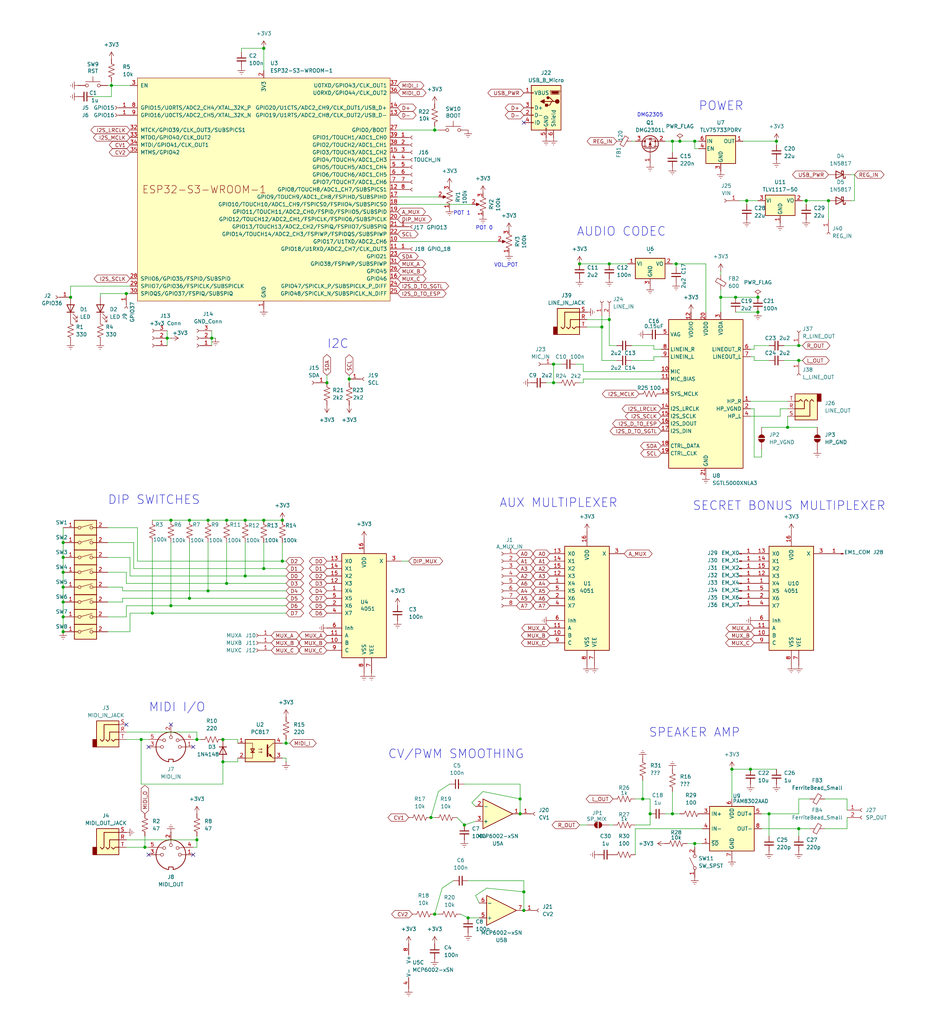
<source format=kicad_sch>
(kicad_sch (version 20231120) (generator "eeschema") (generator_version "8.0")
  (paper "User" 319.989 350.012)
  (junction (at 198.12 90.17))
  (junction (at 179.07 304.8))
  (junction (at 64.77 177.8))
  (junction (at 262.89 278.13))
  (junction (at 273.05 283.21))
  (junction (at 83.82 177.8))
  (junction (at 111.76 130.81))
  (junction (at 147.32 279.4))
  (junction (at 90.17 177.8))
  (junction (at 83.82 196.85))
  (junction (at 71.12 177.8))
  (junction (at 256.54 262.89))
  (junction (at 148.59 312.42))
  (junction (at 205.74 111.76))
  (junction (at 231.14 90.17))
  (junction (at 158.75 281.94))
  (junction (at 64.77 204.47))
  (junction (at 52.07 209.55))
  (junction (at 177.8 278.13))
  (junction (at 237.49 288.29))
  (junction (at 67.31 252.73))
  (junction (at 259.08 101.6))
  (junction (at 283.21 68.58))
  (junction (at 119.38 129.54))
  (junction (at 208.28 90.17))
  (junction (at 21.59 205.74))
  (junction (at 177.8 273.05))
  (junction (at 273.05 123.19))
  (junction (at 208.28 109.22))
  (junction (at 259.08 106.68))
  (junction (at 232.41 48.26))
  (junction (at 58.42 207.01))
  (junction (at 219.71 273.05))
  (junction (at 21.59 210.82))
  (junction (at 229.87 278.13))
  (junction (at 58.42 177.8))
  (junction (at 90.17 16.51))
  (junction (at 160.02 313.69))
  (junction (at 71.12 201.93))
  (junction (at 21.59 200.66))
  (junction (at 90.17 194.31))
  (junction (at 97.79 254))
  (junction (at 72.39 115.57))
  (junction (at 275.59 68.58))
  (junction (at 246.38 101.6))
  (junction (at 48.26 252.73))
  (junction (at 265.43 48.26))
  (junction (at 255.27 68.58))
  (junction (at 76.2 260.35))
  (junction (at 222.25 278.13))
  (junction (at 43.18 100.33))
  (junction (at 251.46 101.6))
  (junction (at 38.1 29.21))
  (junction (at 189.23 130.81))
  (junction (at 76.2 252.73))
  (junction (at 24.13 101.6))
  (junction (at 49.53 289.56))
  (junction (at 148.59 44.45))
  (junction (at 57.15 115.57))
  (junction (at 67.31 287.02))
  (junction (at 21.59 190.5))
  (junction (at 273.05 118.11))
  (junction (at 189.23 124.46))
  (junction (at 21.59 215.9))
  (junction (at 237.49 48.26))
  (junction (at 250.19 262.89))
  (junction (at 179.07 311.15))
  (junction (at 21.59 185.42))
  (junction (at 77.47 199.39))
  (junction (at 96.52 177.8))
  (junction (at 96.52 191.77))
  (junction (at 229.87 48.26))
  (junction (at 77.47 177.8))
  (junction (at 21.59 195.58))
  (junction (at 269.24 146.05))
  (no_connect (at 50.8 255.27))
  (no_connect (at 50.8 292.1))
  (no_connect (at 58.42 247.65))
  (no_connect (at 179.07 41.91))
  (no_connect (at 66.04 292.1))
  (no_connect (at 43.18 247.65))
  (no_connect (at 66.04 255.27))
  (wire (pts (xy 237.49 48.26) (xy 237.49 50.8)))
  (wire (pts (xy 38.1 29.21) (xy 38.1 33.02)))
  (wire (pts (xy 41.91 201.93) (xy 41.91 200.66)))
  (wire (pts (xy 222.25 273.05) (xy 222.25 278.13)))
  (wire (pts (xy 260.35 156.21) (xy 257.81 156.21)))
  (wire (pts (xy 217.17 281.94) (xy 222.25 281.94)))
  (wire (pts (xy 38.1 29.21) (xy 44.45 29.21)))
  (wire (pts (xy 215.9 118.11) (xy 223.52 118.11)))
  (wire (pts (xy 289.56 279.4) (xy 289.56 283.21)))
  (wire (pts (xy 97.79 196.85) (xy 83.82 196.85)))
  (wire (pts (xy 64.77 177.8) (xy 71.12 177.8)))
  (wire (pts (xy 97.79 254) (xy 97.79 252.73)))
  (wire (pts (xy 148.59 279.4) (xy 147.32 279.4)))
  (wire (pts (xy 205.74 111.76) (xy 200.66 111.76)))
  (wire (pts (xy 43.18 289.56) (xy 49.53 289.56)))
  (wire (pts (xy 273.05 283.21) (xy 260.35 283.21)))
  (wire (pts (xy 67.31 289.56) (xy 66.04 289.56)))
  (wire (pts (xy 246.38 101.6) (xy 251.46 101.6)))
  (wire (pts (xy 44.45 97.79) (xy 24.13 97.79)))
  (wire (pts (xy 273.05 123.19) (xy 274.32 123.19)))
  (wire (pts (xy 82.55 16.51) (xy 82.55 17.78)))
  (wire (pts (xy 71.12 201.93) (xy 71.12 185.42)))
  (wire (pts (xy 273.05 283.21) (xy 276.86 283.21)))
  (wire (pts (xy 267.97 118.11) (xy 273.05 118.11)))
  (wire (pts (xy 269.24 142.24) (xy 269.24 146.05)))
  (wire (pts (xy 179.07 304.8) (xy 179.07 311.15)))
  (wire (pts (xy 157.48 312.42) (xy 160.02 313.69)))
  (wire (pts (xy 223.52 118.11) (xy 223.52 119.38)))
  (wire (pts (xy 217.17 292.1) (xy 217.17 283.21)))
  (wire (pts (xy 31.75 33.02) (xy 38.1 33.02)))
  (wire (pts (xy 237.49 50.8) (xy 238.76 50.8)))
  (wire (pts (xy 67.31 252.73) (xy 68.58 252.73)))
  (wire (pts (xy 148.59 312.42) (xy 151.13 303.53)))
  (wire (pts (xy 72.39 115.57) (xy 73.66 115.57)))
  (wire (pts (xy 77.47 177.8) (xy 83.82 177.8)))
  (wire (pts (xy 257.81 119.38) (xy 256.54 119.38)))
  (wire (pts (xy 199.39 129.54) (xy 199.39 130.81)))
  (wire (pts (xy 273.05 273.05) (xy 273.05 278.13)))
  (wire (pts (xy 232.41 48.26) (xy 237.49 48.26)))
  (wire (pts (xy 45.72 194.31) (xy 90.17 194.31)))
  (wire (pts (xy 81.28 260.35) (xy 76.2 260.35)))
  (wire (pts (xy 135.89 82.55) (xy 170.18 82.55)))
  (wire (pts (xy 97.79 209.55) (xy 52.07 209.55)))
  (wire (pts (xy 269.24 146.05) (xy 279.4 146.05)))
  (wire (pts (xy 64.77 204.47) (xy 64.77 185.42)))
  (wire (pts (xy 48.26 267.97) (xy 76.2 267.97)))
  (wire (pts (xy 208.28 109.22) (xy 200.66 109.22)))
  (wire (pts (xy 241.3 90.17) (xy 231.14 90.17)))
  (wire (pts (xy 250.19 273.05) (xy 250.19 262.89)))
  (wire (pts (xy 52.07 209.55) (xy 52.07 185.42)))
  (wire (pts (xy 43.18 199.39) (xy 77.47 199.39)))
  (wire (pts (xy 246.38 101.6) (xy 246.38 106.68)))
  (wire (pts (xy 67.31 250.19) (xy 67.31 252.73)))
  (wire (pts (xy 257.81 139.7) (xy 256.54 139.7)))
  (wire (pts (xy 50.8 289.56) (xy 49.53 289.56)))
  (wire (pts (xy 49.53 285.75) (xy 49.53 289.56)))
  (wire (pts (xy 67.31 285.75) (xy 67.31 287.02)))
  (wire (pts (xy 208.28 109.22) (xy 208.28 118.11)))
  (wire (pts (xy 208.28 107.95) (xy 208.28 109.22)))
  (wire (pts (xy 21.59 210.82) (xy 21.59 215.9)))
  (wire (pts (xy 83.82 196.85) (xy 83.82 185.42)))
  (wire (pts (xy 44.45 100.33) (xy 43.18 100.33)))
  (wire (pts (xy 275.59 68.58) (xy 283.21 68.58)))
  (wire (pts (xy 166.37 303.53) (xy 179.07 304.8)))
  (wire (pts (xy 273.05 278.13) (xy 262.89 278.13)))
  (wire (pts (xy 260.35 153.67) (xy 260.35 156.21)))
  (wire (pts (xy 43.18 210.82) (xy 36.83 210.82)))
  (wire (pts (xy 226.06 127) (xy 199.39 127)))
  (wire (pts (xy 177.8 267.97) (xy 177.8 273.05)))
  (wire (pts (xy 262.89 285.75) (xy 262.89 278.13)))
  (wire (pts (xy 161.29 274.32) (xy 165.1 270.51)))
  (wire (pts (xy 90.17 177.8) (xy 96.52 177.8)))
  (wire (pts (xy 281.94 283.21) (xy 289.56 283.21)))
  (wire (pts (xy 41.91 200.66) (xy 36.83 200.66)))
  (wire (pts (xy 269.24 146.05) (xy 260.35 146.05)))
  (wire (pts (xy 262.89 123.19) (xy 257.81 123.19)))
  (wire (pts (xy 215.9 123.19) (xy 223.52 123.19)))
  (wire (pts (xy 160.02 313.69) (xy 163.83 313.69)))
  (wire (pts (xy 72.39 113.03) (xy 72.39 115.57)))
  (wire (pts (xy 179.07 300.99) (xy 179.07 304.8)))
  (wire (pts (xy 189.23 124.46) (xy 189.23 130.81)))
  (wire (pts (xy 135.89 69.85) (xy 161.29 69.85)))
  (wire (pts (xy 119.38 129.54) (xy 119.38 130.81)))
  (wire (pts (xy 45.72 194.31) (xy 45.72 185.42)))
  (wire (pts (xy 231.14 90.17) (xy 229.87 90.17)))
  (wire (pts (xy 273.05 118.11) (xy 274.32 118.11)))
  (wire (pts (xy 156.21 279.4) (xy 158.75 281.94)))
  (wire (pts (xy 148.59 44.45) (xy 149.86 44.45)))
  (wire (pts (xy 275.59 69.85) (xy 275.59 68.58)))
  (wire (pts (xy 76.2 267.97) (xy 76.2 260.35)))
  (wire (pts (xy 44.45 215.9) (xy 36.83 215.9)))
  (wire (pts (xy 41.91 201.93) (xy 71.12 201.93)))
  (wire (pts (xy 229.87 270.51) (xy 229.87 278.13)))
  (wire (pts (xy 205.74 111.76) (xy 205.74 123.19)))
  (wire (pts (xy 96.52 254) (xy 97.79 254)))
  (wire (pts (xy 219.71 266.7) (xy 219.71 273.05)))
  (wire (pts (xy 158.75 267.97) (xy 177.8 267.97)))
  (wire (pts (xy 191.77 124.46) (xy 189.23 124.46)))
  (wire (pts (xy 246.38 92.71) (xy 246.38 93.98)))
  (wire (pts (xy 44.45 196.85) (xy 44.45 190.5)))
  (wire (pts (xy 198.12 281.94) (xy 200.66 281.94)))
  (wire (pts (xy 44.45 209.55) (xy 44.45 215.9)))
  (wire (pts (xy 160.02 300.99) (xy 179.07 300.99)))
  (wire (pts (xy 227.33 48.26) (xy 229.87 48.26)))
  (wire (pts (xy 237.49 288.29) (xy 240.03 288.29)))
  (wire (pts (xy 189.23 130.81) (xy 190.5 130.81)))
  (wire (pts (xy 219.71 273.05) (xy 222.25 273.05)))
  (wire (pts (xy 71.12 177.8) (xy 77.47 177.8)))
  (wire (pts (xy 266.7 142.24) (xy 266.7 139.7)))
  (wire (pts (xy 226.06 121.92) (xy 223.52 121.92)))
  (wire (pts (xy 255.27 68.58) (xy 255.27 69.85)))
  (wire (pts (xy 72.39 115.57) (xy 72.39 118.11)))
  (wire (pts (xy 97.79 259.08) (xy 97.79 260.35)))
  (wire (pts (xy 99.06 254) (xy 97.79 254)))
  (wire (pts (xy 97.79 204.47) (xy 64.77 204.47)))
  (wire (pts (xy 83.82 177.8) (xy 90.17 177.8)))
  (wire (pts (xy 208.28 90.17) (xy 214.63 90.17)))
  (wire (pts (xy 251.46 106.68) (xy 259.08 106.68)))
  (wire (pts (xy 290.83 68.58) (xy 292.1 68.58)))
  (wire (pts (xy 44.45 190.5) (xy 36.83 190.5)))
  (wire (pts (xy 21.59 195.58) (xy 21.59 200.66)))
  (wire (pts (xy 229.87 48.26) (xy 229.87 52.07)))
  (wire (pts (xy 237.49 48.26) (xy 238.76 48.26)))
  (wire (pts (xy 165.1 270.51) (xy 177.8 273.05)))
  (wire (pts (xy 229.87 278.13) (xy 232.41 278.13)))
  (wire (pts (xy 36.83 29.21) (xy 38.1 29.21)))
  (wire (pts (xy 41.91 204.47) (xy 41.91 205.74)))
  (wire (pts (xy 41.91 204.47) (xy 64.77 204.47)))
  (wire (pts (xy 52.07 177.8) (xy 58.42 177.8)))
  (wire (pts (xy 289.56 273.05) (xy 281.94 273.05)))
  (wire (pts (xy 46.99 191.77) (xy 96.52 191.77)))
  (wire (pts (xy 275.59 68.58) (xy 274.32 68.58)))
  (wire (pts (xy 217.17 273.05) (xy 219.71 273.05)))
  (wire (pts (xy 265.43 49.53) (xy 265.43 48.26)))
  (wire (pts (xy 254 48.26) (xy 265.43 48.26)))
  (wire (pts (xy 45.72 185.42) (xy 36.83 185.42)))
  (wire (pts (xy 246.38 99.06) (xy 246.38 101.6)))
  (wire (pts (xy 229.87 48.26) (xy 232.41 48.26)))
  (wire (pts (xy 257.81 123.19) (xy 257.81 121.92)))
  (wire (pts (xy 43.18 195.58) (xy 36.83 195.58)))
  (wire (pts (xy 44.45 209.55) (xy 52.07 209.55)))
  (wire (pts (xy 135.89 44.45) (xy 148.59 44.45)))
  (wire (pts (xy 50.8 252.73) (xy 48.26 252.73)))
  (wire (pts (xy 90.17 16.51) (xy 82.55 16.51)))
  (wire (pts (xy 267.97 123.19) (xy 273.05 123.19)))
  (wire (pts (xy 222.25 281.94) (xy 222.25 278.13)))
  (wire (pts (xy 34.29 100.33) (xy 34.29 101.6)))
  (wire (pts (xy 43.18 100.33) (xy 34.29 100.33)))
  (wire (pts (xy 119.38 128.27) (xy 119.38 129.54)))
  (wire (pts (xy 90.17 24.13) (xy 90.17 16.51)))
  (wire (pts (xy 257.81 156.21) (xy 257.81 139.7)))
  (wire (pts (xy 97.79 191.77) (xy 96.52 191.77)))
  (wire (pts (xy 241.3 106.68) (xy 241.3 90.17)))
  (wire (pts (xy 257.81 118.11) (xy 257.81 119.38)))
  (wire (pts (xy 162.56 306.07) (xy 166.37 303.53)))
  (wire (pts (xy 208.28 281.94) (xy 209.55 281.94)))
  (wire (pts (xy 43.18 287.02) (xy 67.31 287.02)))
  (wire (pts (xy 96.52 259.08) (xy 97.79 259.08)))
  (wire (pts (xy 227.33 278.13) (xy 229.87 278.13)))
  (wire (pts (xy 57.15 115.57) (xy 57.15 118.11)))
  (wire (pts (xy 43.18 199.39) (xy 43.18 195.58)))
  (wire (pts (xy 81.28 259.08) (xy 81.28 260.35)))
  (wire (pts (xy 67.31 287.02) (xy 67.31 289.56)))
  (wire (pts (xy 163.83 308.61) (xy 162.56 306.07)))
  (wire (pts (xy 256.54 142.24) (xy 266.7 142.24)))
  (wire (pts (xy 21.59 190.5) (xy 21.59 195.58)))
  (wire (pts (xy 46.99 180.34) (xy 36.83 180.34)))
  (wire (pts (xy 43.18 250.19) (xy 67.31 250.19)))
  (wire (pts (xy 199.39 124.46) (xy 196.85 124.46)))
  (wire (pts (xy 97.79 194.31) (xy 90.17 194.31)))
  (wire (pts (xy 205.74 123.19) (xy 210.82 123.19)))
  (wire (pts (xy 276.86 273.05) (xy 273.05 273.05)))
  (wire (pts (xy 97.79 207.01) (xy 58.42 207.01)))
  (wire (pts (xy 217.17 283.21) (xy 240.03 283.21)))
  (wire (pts (xy 21.59 205.74) (xy 21.59 210.82)))
  (wire (pts (xy 135.89 67.31) (xy 149.86 67.31)))
  (wire (pts (xy 21.59 180.34) (xy 21.59 185.42)))
  (wire (pts (xy 58.42 207.01) (xy 58.42 185.42)))
  (wire (pts (xy 43.18 252.73) (xy 48.26 252.73)))
  (wire (pts (xy 21.59 200.66) (xy 21.59 205.74)))
  (wire (pts (xy 96.52 191.77) (xy 96.52 185.42)))
  (wire (pts (xy 255.27 68.58) (xy 259.08 68.58)))
  (wire (pts (xy 151.13 303.53) (xy 154.94 300.99)))
  (wire (pts (xy 199.39 130.81) (xy 198.12 130.81)))
  (wire (pts (xy 97.79 199.39) (xy 77.47 199.39)))
  (wire (pts (xy 177.8 273.05) (xy 177.8 278.13)))
  (wire (pts (xy 90.17 194.31) (xy 90.17 185.42)))
  (wire (pts (xy 223.52 121.92) (xy 223.52 123.19)))
  (wire (pts (xy 256.54 137.16) (xy 269.24 137.16)))
  (wire (pts (xy 41.91 205.74) (xy 36.83 205.74)))
  (wire (pts (xy 43.18 207.01) (xy 43.18 210.82)))
  (wire (pts (xy 158.75 281.94) (xy 162.56 280.67)))
  (wire (pts (xy 186.69 130.81) (xy 189.23 130.81)))
  (wire (pts (xy 66.04 252.73) (xy 67.31 252.73)))
  (wire (pts (xy 77.47 199.39) (xy 77.47 185.42)))
  (wire (pts (xy 290.83 59.69) (xy 292.1 59.69)))
  (wire (pts (xy 210.82 118.11) (xy 208.28 118.11)))
  (wire (pts (xy 283.21 68.58) (xy 283.21 74.93)))
  (wire (pts (xy 205.74 107.95) (xy 205.74 111.76)))
  (wire (pts (xy 147.32 279.4) (xy 149.86 270.51)))
  (wire (pts (xy 21.59 185.42) (xy 21.59 190.5)))
  (wire (pts (xy 24.13 97.79) (xy 24.13 101.6)))
  (wire (pts (xy 226.06 129.54) (xy 199.39 129.54)))
  (wire (pts (xy 250.19 262.89) (xy 256.54 262.89)))
  (wire (pts (xy 57.15 113.03) (xy 57.15 115.57)))
  (wire (pts (xy 273.05 285.75) (xy 273.05 283.21)))
  (wire (pts (xy 81.28 252.73) (xy 81.28 254)))
  (wire (pts (xy 262.89 278.13) (xy 260.35 278.13)))
  (wire (pts (xy 44.45 196.85) (xy 83.82 196.85)))
  (wire (pts (xy 199.39 127) (xy 199.39 124.46)))
  (wire (pts (xy 257.81 121.92) (xy 256.54 121.92)))
  (wire (pts (xy 289.56 276.86) (xy 289.56 273.05)))
  (wire (pts (xy 237.49 289.56) (xy 237.49 288.29)))
  (wire (pts (xy 38.1 27.94) (xy 38.1 29.21)))
  (wire (pts (xy 97.79 201.93) (xy 71.12 201.93)))
  (wire (pts (xy 292.1 59.69) (xy 292.1 68.58)))
  (wire (pts (xy 48.26 252.73) (xy 48.26 267.97)))
  (wire (pts (xy 252.73 68.58) (xy 255.27 68.58)))
  (wire (pts (xy 162.56 275.59) (xy 161.29 274.32)))
  (wire (pts (xy 137.16 191.77) (xy 139.7 191.77)))
  (wire (pts (xy 76.2 252.73) (xy 81.28 252.73)))
  (wire (pts (xy 198.12 90.17) (xy 208.28 90.17)))
  (wire (pts (xy 256.54 262.89) (xy 265.43 262.89)))
  (wire (pts (xy 46.99 191.77) (xy 46.99 180.34)))
  (wire (pts (xy 111.76 130.81) (xy 111.76 128.27)))
  (wire (pts (xy 266.7 139.7) (xy 269.24 139.7)))
  (wire (pts (xy 262.89 118.11) (xy 257.81 118.11)))
  (wire (pts (xy 57.15 115.57) (xy 58.42 115.57)))
  (wire (pts (xy 231.14 91.44) (xy 231.14 90.17)))
  (wire (pts (xy 58.42 177.8) (xy 64.77 177.8)))
  (wire (pts (xy 149.86 312.42) (xy 148.59 312.42)))
  (wire (pts (xy 251.46 101.6) (xy 259.08 101.6)))
  (wire (pts (xy 149.86 270.51) (xy 153.67 267.97)))
  (wire (pts (xy 148.59 44.45) (xy 148.59 43.18)))
  (wire (pts (xy 43.18 207.01) (xy 58.42 207.01)))
  (wire (pts (xy 215.9 48.26) (xy 217.17 48.26)))
  (wire (pts (xy 223.52 119.38) (xy 226.06 119.38)))
  (wire (pts (xy 234.95 288.29) (xy 237.49 288.29)))
  (text "CV/PWM SMOOTHING" (at 132.588 259.588 0) (effects (font (size 3 3)) (justify left bottom)))
  (text "POWER" (at 238.76 38.1 0) (effects (font (size 3 3)) (justify left bottom)))
  (text "VOL_POT" (at 172.974 90.678 0) (effects (font (size 1.27 1.27))))
  (text "POT 0" (at 162.56 78.74 0) (effects (font (size 1.27 1.27)) (justify left bottom)))
  (text "AUX MULTIPLEXER" (at 170.688 173.736 0) (effects (font (size 3 3)) (justify left bottom)))
  (text "I2C" (at 111.76 119.38 0) (effects (font (size 3 3)) (justify left bottom)))
  (text "DMG2305" (at 222.25 39.37 0) (effects (font (size 1.27 1.27))))
  (text "POT 1" (at 154.94 73.66 0) (effects (font (size 1.27 1.27)) (justify left bottom)))
  (text "SPEAKER AMP" (at 221.742 252.222 0) (effects (font (size 3 3)) (justify left bottom)))
  (text "DIP SWITCHES" (at 36.83 172.72 0) (effects (font (size 3 3)) (justify left bottom)))
  (text "MIDI I/O" (at 50.8 243.586 0) (effects (font (size 3 3)) (justify left bottom)))
  (text "SECRET BONUS MULTIPLEXER" (at 236.728 174.752 0) (effects (font (size 3 3)) (justify left bottom)))
  (text "AUDIO CODEC" (at 197.104 81.026 0) (effects (font (size 3 3)) (justify left bottom)))
  (global_label "I2S_MCLK" (shape bidirectional) (at 218.44 134.62 180) (property "Intersheetrefs" "${INTERSHEET_REFS}" (effects (hide yes))))
  (global_label "D7" (shape bidirectional) (at 111.76 204.47 180) (property "Intersheetrefs" "${INTERSHEET_REFS}" (effects (hide yes))))
  (global_label "D2" (shape bidirectional) (at 97.79 191.77 0) (property "Intersheetrefs" "${INTERSHEET_REFS}" (effects (hide yes))))
  (global_label "I2S_LRCLK" (shape bidirectional) (at 226.06 139.7 180) (property "Intersheetrefs" "${INTERSHEET_REFS}" (effects (hide yes))))
  (global_label "D4" (shape bidirectional) (at 111.76 201.93 180) (property "Intersheetrefs" "${INTERSHEET_REFS}" (effects (hide yes))))
  (global_label "CV1" (shape bidirectional) (at 139.7 279.4 180) (property "Intersheetrefs" "${INTERSHEET_REFS}" (effects (hide yes))))
  (global_label "MUX_A" (shape bidirectional) (at 187.96 214.63 180) (property "Intersheetrefs" "${INTERSHEET_REFS}" (effects (hide yes))))
  (global_label "I2S_SCLK" (shape bidirectional) (at 44.45 95.25 180) (property "Intersheetrefs" "${INTERSHEET_REFS}" (effects (hide yes))))
  (global_label "R_OUT" (shape bidirectional) (at 198.12 281.94 180) (property "Intersheetrefs" "${INTERSHEET_REFS}" (effects (hide yes))))
  (global_label "MIDI_O" (shape bidirectional) (at 49.53 278.13 90) (property "Intersheetrefs" "${INTERSHEET_REFS}" (effects (hide yes))))
  (global_label "A1" (shape bidirectional) (at 187.96 191.77 180) (property "Intersheetrefs" "${INTERSHEET_REFS}" (effects (hide yes))))
  (global_label "D1" (shape bidirectional) (at 111.76 194.31 180) (property "Intersheetrefs" "${INTERSHEET_REFS}" (effects (hide yes))))
  (global_label "DIP_MUX" (shape bidirectional) (at 139.7 191.77 0) (property "Intersheetrefs" "${INTERSHEET_REFS}" (effects (hide yes))))
  (global_label "SCL" (shape bidirectional) (at 119.38 128.27 90) (property "Intersheetrefs" "${INTERSHEET_REFS}" (effects (hide yes))))
  (global_label "D-" (shape bidirectional) (at 179.07 39.37 180) (property "Intersheetrefs" "${INTERSHEET_REFS}" (effects (hide yes))))
  (global_label "USB_PWR" (shape bidirectional) (at 283.21 59.69 180) (property "Intersheetrefs" "${INTERSHEET_REFS}" (effects (hide yes))))
  (global_label "A2" (shape bidirectional) (at 187.96 194.31 180) (property "Intersheetrefs" "${INTERSHEET_REFS}" (effects (hide yes))))
  (global_label "MUX_C" (shape bidirectional) (at 92.71 222.25 0) (property "Intersheetrefs" "${INTERSHEET_REFS}" (effects (hide yes))))
  (global_label "D+" (shape bidirectional) (at 135.89 36.83 0) (property "Intersheetrefs" "${INTERSHEET_REFS}" (effects (hide yes))))
  (global_label "MUX_B" (shape bidirectional) (at 111.76 219.71 180) (property "Intersheetrefs" "${INTERSHEET_REFS}" (effects (hide yes))))
  (global_label "I2S_LRCLK" (shape bidirectional) (at 44.45 44.45 180) (property "Intersheetrefs" "${INTERSHEET_REFS}" (effects (hide yes))))
  (global_label "D6" (shape bidirectional) (at 97.79 207.01 0) (property "Intersheetrefs" "${INTERSHEET_REFS}" (effects (hide yes))))
  (global_label "CV1" (shape bidirectional) (at 44.45 49.53 180) (property "Intersheetrefs" "${INTERSHEET_REFS}" (effects (hide yes))))
  (global_label "A5" (shape bidirectional) (at 176.53 204.47 0) (property "Intersheetrefs" "${INTERSHEET_REFS}" (effects (hide yes))))
  (global_label "A1" (shape bidirectional) (at 176.53 191.77 0) (property "Intersheetrefs" "${INTERSHEET_REFS}" (effects (hide yes))))
  (global_label "SDA" (shape bidirectional) (at 135.89 87.63 0) (property "Intersheetrefs" "${INTERSHEET_REFS}" (effects (hide yes))))
  (global_label "A7" (shape bidirectional) (at 187.96 207.01 180) (property "Intersheetrefs" "${INTERSHEET_REFS}" (effects (hide yes))))
  (global_label "D5" (shape bidirectional) (at 97.79 204.47 0) (property "Intersheetrefs" "${INTERSHEET_REFS}" (effects (hide yes))))
  (global_label "USB_PWR" (shape bidirectional) (at 179.07 31.75 180) (property "Intersheetrefs" "${INTERSHEET_REFS}" (effects (hide yes))))
  (global_label "SDA" (shape bidirectional) (at 111.76 128.27 90) (property "Intersheetrefs" "${INTERSHEET_REFS}" (effects (hide yes))))
  (global_label "D7" (shape bidirectional) (at 97.79 209.55 0) (property "Intersheetrefs" "${INTERSHEET_REFS}" (effects (hide yes))))
  (global_label "SCL" (shape bidirectional) (at 135.89 80.01 0) (property "Intersheetrefs" "${INTERSHEET_REFS}" (effects (hide yes))))
  (global_label "A4" (shape bidirectional) (at 176.53 201.93 0) (property "Intersheetrefs" "${INTERSHEET_REFS}" (effects (hide yes))))
  (global_label "I2S_MCLK" (shape bidirectional) (at 44.45 46.99 180) (property "Intersheetrefs" "${INTERSHEET_REFS}" (effects (hide yes))))
  (global_label "MIDI_I" (shape bidirectional) (at 135.89 29.21 0) (property "Intersheetrefs" "${INTERSHEET_REFS}" (effects (hide yes))))
  (global_label "D3" (shape bidirectional) (at 97.79 199.39 0) (property "Intersheetrefs" "${INTERSHEET_REFS}" (effects (hide yes))))
  (global_label "A6" (shape bidirectional) (at 176.53 199.39 0) (property "Intersheetrefs" "${INTERSHEET_REFS}" (effects (hide yes))))
  (global_label "MUX_A" (shape bidirectional) (at 92.71 217.17 0) (property "Intersheetrefs" "${INTERSHEET_REFS}" (effects (hide yes))))
  (global_label "MUX_A" (shape bidirectional) (at 257.81 214.63 180) (property "Intersheetrefs" "${INTERSHEET_REFS}" (effects (hide yes))))
  (global_label "D2" (shape bidirectional) (at 111.76 196.85 180) (property "Intersheetrefs" "${INTERSHEET_REFS}" (effects (hide yes))))
  (global_label "MIDI_O" (shape bidirectional) (at 135.89 31.75 0) (property "Intersheetrefs" "${INTERSHEET_REFS}" (effects (hide yes))))
  (global_label "I2S_D_TO_SGTL" (shape bidirectional) (at 226.06 147.32 180) (property "Intersheetrefs" "${INTERSHEET_REFS}" (effects (hide yes))))
  (global_label "MUX_B" (shape bidirectional) (at 257.81 217.17 180) (property "Intersheetrefs" "${INTERSHEET_REFS}" (effects (hide yes))))
  (global_label "MUX_B" (shape bidirectional) (at 135.89 92.71 0) (property "Intersheetrefs" "${INTERSHEET_REFS}" (effects (hide yes))))
  (global_label "D+" (shape bidirectional) (at 179.07 36.83 180) (property "Intersheetrefs" "${INTERSHEET_REFS}" (effects (hide yes))))
  (global_label "DIP_MUX" (shape bidirectional) (at 135.89 74.93 0) (property "Intersheetrefs" "${INTERSHEET_REFS}" (effects (hide yes))))
  (global_label "A4" (shape bidirectional) (at 187.96 199.39 180) (property "Intersheetrefs" "${INTERSHEET_REFS}" (effects (hide yes))))
  (global_label "A_MUX" (shape bidirectional) (at 135.89 72.39 0) (property "Intersheetrefs" "${INTERSHEET_REFS}" (effects (hide yes))))
  (global_label "REG_IN" (shape bidirectional) (at 292.1 59.69 0) (property "Intersheetrefs" "${INTERSHEET_REFS}" (effects (hide yes))))
  (global_label "MUX_A" (shape bidirectional) (at 135.89 90.17 0) (property "Intersheetrefs" "${INTERSHEET_REFS}" (effects (hide yes))))
  (global_label "CV2" (shape bidirectional) (at 140.97 312.42 180) (property "Intersheetrefs" "${INTERSHEET_REFS}" (effects (hide yes))))
  (global_label "A5" (shape bidirectional) (at 187.96 201.93 180) (property "Intersheetrefs" "${INTERSHEET_REFS}" (effects (hide yes))))
  (global_label "MUX_B" (shape bidirectional) (at 187.96 217.17 180) (property "Intersheetrefs" "${INTERSHEET_REFS}" (effects (hide yes))))
  (global_label "R_OUT" (shape bidirectional) (at 274.32 118.11 0) (property "Intersheetrefs" "${INTERSHEET_REFS}" (effects (hide yes))))
  (global_label "MUX_C" (shape bidirectional) (at 257.81 219.71 180) (property "Intersheetrefs" "${INTERSHEET_REFS}" (effects (hide yes))))
  (global_label "A3" (shape bidirectional) (at 176.53 194.31 0) (property "Intersheetrefs" "${INTERSHEET_REFS}" (effects (hide yes))))
  (global_label "MUX_B" (shape bidirectional) (at 92.71 219.71 0) (property "Intersheetrefs" "${INTERSHEET_REFS}" (effects (hide yes))))
  (global_label "A0" (shape bidirectional) (at 187.96 189.23 180) (property "Intersheetrefs" "${INTERSHEET_REFS}" (effects (hide yes))))
  (global_label "SCL" (shape bidirectional) (at 226.06 154.94 180) (property "Intersheetrefs" "${INTERSHEET_REFS}" (effects (hide yes))))
  (global_label "MUX_C" (shape bidirectional) (at 187.96 219.71 180) (property "Intersheetrefs" "${INTERSHEET_REFS}" (effects (hide yes))))
  (global_label "I2S_D_TO_ESP" (shape bidirectional) (at 135.89 100.33 0) (property "Intersheetrefs" "${INTERSHEET_REFS}" (effects (hide yes))))
  (global_label "D-" (shape bidirectional) (at 135.89 39.37 0) (property "Intersheetrefs" "${INTERSHEET_REFS}" (effects (hide yes))))
  (global_label "MUX_C" (shape bidirectional) (at 135.89 95.25 0) (property "Intersheetrefs" "${INTERSHEET_REFS}" (effects (hide yes))))
  (global_label "MUX_A" (shape bidirectional) (at 111.76 217.17 180) (property "Intersheetrefs" "${INTERSHEET_REFS}" (effects (hide yes))))
  (global_label "MIDI_I" (shape bidirectional) (at 99.06 254 0) (property "Intersheetrefs" "${INTERSHEET_REFS}" (effects (hide yes))))
  (global_label "D4" (shape bidirectional) (at 97.79 201.93 0) (property "Intersheetrefs" "${INTERSHEET_REFS}" (effects (hide yes))))
  (global_label "A3" (shape bidirectional) (at 187.96 196.85 180) (property "Intersheetrefs" "${INTERSHEET_REFS}" (effects (hide yes))))
  (global_label "SDA" (shape bidirectional) (at 226.06 152.4 180) (property "Intersheetrefs" "${INTERSHEET_REFS}" (effects (hide yes))))
  (global_label "D5" (shape bidirectional) (at 111.76 207.01 180) (property "Intersheetrefs" "${INTERSHEET_REFS}" (effects (hide yes))))
  (global_label "I2S_SCLK" (shape bidirectional) (at 226.06 142.24 180) (property "Intersheetrefs" "${INTERSHEET_REFS}" (effects (hide yes))))
  (global_label "A0" (shape bidirectional) (at 176.53 189.23 0) (property "Intersheetrefs" "${INTERSHEET_REFS}" (effects (hide yes))))
  (global_label "L_OUT" (shape bidirectional) (at 209.55 273.05 180) (property "Intersheetrefs" "${INTERSHEET_REFS}" (effects (hide yes))))
  (global_label "D0" (shape bidirectional) (at 111.76 191.77 180) (property "Intersheetrefs" "${INTERSHEET_REFS}" (effects (hide yes))))
  (global_label "I2S_D_TO_SGTL" (shape bidirectional) (at 135.89 97.79 0) (property "Intersheetrefs" "${INTERSHEET_REFS}" (effects (hide yes))))
  (global_label "L_OUT" (shape bidirectional) (at 274.32 123.19 0) (property "Intersheetrefs" "${INTERSHEET_REFS}" (effects (hide yes))))
  (global_label "D6" (shape bidirectional) (at 111.76 209.55 180) (property "Intersheetrefs" "${INTERSHEET_REFS}" (effects (hide yes))))
  (global_label "A6" (shape bidirectional) (at 187.96 204.47 180) (property "Intersheetrefs" "${INTERSHEET_REFS}" (effects (hide yes))))
  (global_label "D0" (shape bidirectional) (at 97.79 196.85 0) (property "Intersheetrefs" "${INTERSHEET_REFS}" (effects (hide yes))))
  (global_label "D3" (shape bidirectional) (at 111.76 199.39 180) (property "Intersheetrefs" "${INTERSHEET_REFS}" (effects (hide yes))))
  (global_label "MUX_C" (shape bidirectional) (at 111.76 222.25 180) (property "Intersheetrefs" "${INTERSHEET_REFS}" (effects (hide yes))))
  (global_label "A7" (shape bidirectional) (at 176.53 207.01 0) (property "Intersheetrefs" "${INTERSHEET_REFS}" (effects (hide yes))))
  (global_label "REG_IN" (shape bidirectional) (at 210.82 48.26 180) (property "Intersheetrefs" "${INTERSHEET_REFS}" (effects (hide yes))))
  (global_label "I2S_D_TO_ESP" (shape bidirectional) (at 226.06 144.78 180) (property "Intersheetrefs" "${INTERSHEET_REFS}" (effects (hide yes))))
  (global_label "A_MUX" (shape bidirectional) (at 213.36 189.23 0) (property "Intersheetrefs" "${INTERSHEET_REFS}" (effects (hide yes))))
  (global_label "CV2" (shape bidirectional) (at 44.45 52.07 180) (property "Intersheetrefs" "${INTERSHEET_REFS}" (effects (hide yes))))
  (global_label "D1" (shape bidirectional) (at 97.79 194.31 0) (property "Intersheetrefs" "${INTERSHEET_REFS}" (effects (hide yes))))
  (global_label "A2" (shape bidirectional) (at 176.53 196.85 0) (property "Intersheetrefs" "${INTERSHEET_REFS}" (effects (hide yes))))
  (symbol (lib_id "Device:R_US") (at 148.59 39.37 0) (mirror y) (unit 1)
    (property "Reference" "R22" (at 146.8628 38.2016 0) (effects (justify left)))
    (property "Value" "10k" (at 146.8628 40.513 0) (effects (justify left)))
    (property "Footprint" "Resistor_SMD:R_0603_1608Metric_Pad0.98x0.95mm_HandSolder" (effects (hide yes)))
  )
  (symbol (lib_id "4xxx:4051") (at 124.46 207.01 0) (unit 1)
    (property "Reference" "U4" (at 123.19 205.74 0) (effects (justify left)))
    (property "Value" "4051" (at 123.19 208.0514 0) (effects (justify left)))
    (property "Footprint" "Package_SO:SOIC-16_3.9x9.9mm_P1.27mm" (effects (hide yes)))
    (property "Datasheet" "http://www.intersil.com/content/dam/Intersil/documents/cd40/cd4051bms-52bms-53bms.pdf" (effects (hide yes)))
  )
  (symbol (lib_id "Device:R_US") (at 96.52 181.61 0) (unit 1)
    (property "Reference" "R14" (at 97.536 179.578 0) (effects (justify left)))
    (property "Value" "100k" (at 96.774 184.658 0) (effects (justify left)))
    (property "Footprint" "Resistor_SMD:R_0603_1608Metric_Pad0.98x0.95mm_HandSolder" (effects (hide yes)))
  )
  (symbol (lib_id "Device:R_US") (at 90.17 181.61 0) (unit 1)
    (property "Reference" "R13" (at 91.186 179.578 0) (effects (justify left)))
    (property "Value" "100k" (at 90.424 184.658 0) (effects (justify left)))
    (property "Footprint" "Resistor_SMD:R_0603_1608Metric_Pad0.98x0.95mm_HandSolder" (effects (hide yes)))
  )
  (symbol (lib_id "Device:R_US") (at 83.82 181.61 0) (unit 1)
    (property "Reference" "R12" (at 84.836 179.578 0) (effects (justify left)))
    (property "Value" "100k" (at 84.074 184.658 0) (effects (justify left)))
    (property "Footprint" "Resistor_SMD:R_0603_1608Metric_Pad0.98x0.95mm_HandSolder" (effects (hide yes)))
  )
  (symbol (lib_id "Device:R_US") (at 77.47 181.61 0) (unit 1)
    (property "Reference" "R11" (at 78.486 179.324 0) (effects (justify left)))
    (property "Value" "100k" (at 77.724 184.658 0) (effects (justify left)))
    (property "Footprint" "Resistor_SMD:R_0603_1608Metric_Pad0.98x0.95mm_HandSolder" (effects (hide yes)))
  )
  (symbol (lib_id "Device:R_US") (at 71.12 181.61 0) (unit 1)
    (property "Reference" "R9" (at 72.136 179.324 0) (effects (justify left)))
    (property "Value" "100k" (at 71.374 184.658 0) (effects (justify left)))
    (property "Footprint" "Resistor_SMD:R_0603_1608Metric_Pad0.98x0.95mm_HandSolder" (effects (hide yes)))
  )
  (symbol (lib_id "Device:R_US") (at 64.77 181.61 0) (unit 1)
    (property "Reference" "R7" (at 65.786 179.324 0) (effects (justify left)))
    (property "Value" "100k" (at 65.024 184.658 0) (effects (justify left)))
    (property "Footprint" "Resistor_SMD:R_0603_1608Metric_Pad0.98x0.95mm_HandSolder" (effects (hide yes)))
  )
  (symbol (lib_id "Device:R_US") (at 58.42 181.61 0) (unit 1)
    (property "Reference" "R6" (at 59.436 179.324 0) (effects (justify left)))
    (property "Value" "100k" (at 58.674 184.658 0) (effects (justify left)))
    (property "Footprint" "Resistor_SMD:R_0603_1608Metric_Pad0.98x0.95mm_HandSolder" (effects (hide yes)))
  )
  (symbol (lib_id "Device:R_US") (at 52.07 181.61 0) (unit 1)
    (property "Reference" "R3" (at 53.086 179.324 0) (effects (justify left)))
    (property "Value" "100k" (at 52.324 184.404 0) (effects (justify left)))
    (property "Footprint" "Resistor_SMD:R_0603_1608Metric_Pad0.98x0.95mm_HandSolder" (effects (hide yes)))
  )
  (symbol (lib_id "4xxx:4051") (at 200.66 204.47 0) (unit 1)
    (property "Reference" "U1" (at 199.39 199.39 0) (effects (justify left)))
    (property "Value" "4051" (at 198.12 201.93 0) (effects (justify left)))
    (property "Footprint" "Package_SO:SOIC-16_3.9x9.9mm_P1.27mm" (effects (hide yes)))
    (property "Datasheet" "http://www.intersil.com/content/dam/Intersil/documents/cd40/cd4051bms-52bms-53bms.pdf" (effects (hide yes)))
  )
  (symbol (lib_id "Connector:Conn_01x08_Socket") (at 171.45 196.85 0) (mirror y) (unit 1)
    (property "Reference" "J1" (at 174.1932 184.531 0))
    (property "Value" "A_MUX_IN" (at 174.1932 186.8424 0))
    (property "Footprint" "Connector_PinHeader_2.54mm:PinHeader_2x04_P2.54mm_Vertical" (effects (hide yes)))
    (property "Description" "Generic connector, single row, 01x08, script generated" (effects (hide yes)))
  )
  (symbol (lib_id "Connector:Conn_01x08_Socket") (at 140.97 54.61 0) (unit 1)
    (property "Reference" "J16" (at 144.78 52.07 0))
    (property "Value" "TOUCH_IN" (at 146.05 54.61 0))
    (property "Footprint" "Connector_PinHeader_2.54mm:PinHeader_2x04_P2.54mm_Vertical" (effects (hide yes)))
    (property "Description" "Generic connector, single row, 01x08, script generated" (effects (hide yes)))
  )
  (symbol (lib_id "Device:R_Potentiometer_US") (at 153.67 67.31 180) (unit 1)
    (property "Reference" "RV1" (at 156.5402 67.31 90))
    (property "Value" "100k" (at 158.8516 67.31 90))
    (property "Footprint" "Connector_PinHeader_2.54mm:PinHeader_1x03_P2.54mm_Vertical" (effects (hide yes)))
    (property "Description" "Potentiometer, US symbol" (effects (hide yes)))
  )
  (symbol (lib_id "Device:R_Potentiometer_US") (at 165.1 69.85 180) (unit 1)
    (property "Reference" "RV2" (at 167.9702 69.85 90))
    (property "Value" "100k" (at 170.2816 69.85 90))
    (property "Footprint" "Connector_PinHeader_2.54mm:PinHeader_1x03_P2.54mm_Vertical" (effects (hide yes)))
    (property "Description" "Potentiometer, US symbol" (effects (hide yes)))
  )
  (symbol (lib_name "Earth_9") (lib_id "power:Earth") (at 256.54 267.97 0) (unit 1)
    (property "Reference" "#PWR068" (effects (hide yes)))
    (property "Value" "Earth" (effects (hide yes)))
    (property "Description" "Power symbol creates a global label with name \"Earth\"" (effects (hide yes)))
  )
  (symbol (lib_id "Device:C_Small") (at 208.28 92.71 0) (unit 1)
    (property "Reference" "C12" (at 210.82 91.4462 0) (effects (justify left)))
    (property "Value" "100n" (at 210.82 93.9862 0) (effects (justify left)))
    (property "Footprint" "Capacitor_SMD:C_0603_1608Metric_Pad1.08x0.95mm_HandSolder" (effects (hide yes)))
    (property "Description" "Unpolarized capacitor, small symbol" (effects (hide yes)))
  )
  (symbol (lib_name "Earth_10") (lib_id "power:Earth") (at 97.79 260.35 0) (unit 1)
    (property "Reference" "#PWR016" (effects (hide yes)))
    (property "Value" "Earth" (effects (hide yes)))
    (property "Description" "Power symbol creates a global label with name \"Earth\"" (effects (hide yes)))
  )
  (symbol (lib_name "Earth_2") (lib_id "power:Earth") (at 275.59 74.93 0) (unit 1)
    (property "Reference" "#PWR081" (effects (hide yes)))
    (property "Value" "Earth" (effects (hide yes)))
    (property "Description" "Power symbol creates a global label with name \"Earth\"" (effects (hide yes)))
  )
  (symbol (lib_id "Device:C_Small") (at 194.31 124.46 90) (unit 1)
    (property "Reference" "C10" (at 191.77 121.92 90))
    (property "Value" "100n" (at 197.358 121.92 90))
    (property "Footprint" "Capacitor_SMD:C_0603_1608Metric_Pad1.08x0.95mm_HandSolder" (effects (hide yes)))
    (property "Description" "Unpolarized capacitor, small symbol" (effects (hide yes)))
  )
  (symbol (lib_id "Device:R_US") (at 213.36 281.94 90) (unit 1)
    (property "Reference" "R27" (at 213.36 278.384 90))
    (property "Value" "1k" (at 213.36 279.908 90))
    (property "Footprint" "Resistor_SMD:R_0603_1608Metric_Pad0.98x0.95mm_HandSolder" (effects (hide yes)))
    (property "Description" "Resistor, US symbol" (effects (hide yes)))
  )
  (symbol (lib_id "Connector:Conn_01x01_Pin") (at 288.29 189.23 180) (unit 1)
    (property "Reference" "J28" (at 300.228 188.722 0))
    (property "Value" "EM1_COM" (at 293.116 188.722 0))
    (property "Footprint" "Connector_Wire:SolderWirePad_1x01_SMD_1x2mm" (effects (hide yes)))
    (property "Description" "Generic connector, single row, 01x01, script generated" (effects (hide yes)))
  )
  (symbol (lib_id "Regulator_Linear:TLV75733PDRV") (at 246.38 50.8 0) (unit 1)
    (property "Reference" "U7" (at 246.38 41.91 0))
    (property "Value" "TLV75733PDRV" (at 246.38 44.45 0))
    (property "Footprint" "Package_SON:WSON-6-1EP_2x2mm_P0.65mm_EP1x1.6mm" (effects (hide yes)))
    (property "Datasheet" "https://www.ti.com/lit/ds/symlink/tlv757p.pdf" (effects (hide yes)))
    (property "Description" "1A Low IQ Small Size Low Dropout Voltage Regulator, Fixed Output 3.3V, WSON6" (effects (hide yes)))
  )
  (symbol (lib_id "Device:R_US") (at 213.36 292.1 90) (unit 1)
    (property "Reference" "R30" (at 213.36 285.75 90))
    (property "Value" "100" (at 213.36 288.29 90))
    (property "Footprint" "Resistor_SMD:R_0603_1608Metric_Pad0.98x0.95mm_HandSolder" (effects (hide yes)))
    (property "Description" "Resistor, US symbol" (effects (hide yes)))
  )
  (symbol (lib_id "Connector:DIN-5_180degree") (at 58.42 255.27 0) (mirror y) (unit 1)
    (property "Reference" "J7" (at 58.4199 262.89 0))
    (property "Value" "MIDI_IN" (at 58.4199 265.43 0))
    (property "Datasheet" "http://www.mouser.com/ds/2/18/40_c091_abd_e-75918.pdf" (effects (hide yes)))
  )
  (symbol (lib_name "Earth_9") (lib_id "power:Earth") (at 265.43 267.97 0) (unit 1)
    (property "Reference" "#PWR070" (effects (hide yes)))
    (property "Value" "Earth" (effects (hide yes)))
    (property "Description" "Power symbol creates a global label with name \"Earth\"" (effects (hide yes)))
  )
  (symbol (lib_id "Connector:Conn_01x01_Socket") (at 87.63 219.71 180) (unit 1)
    (property "Reference" "J11" (at 85.725 219.71 0))
    (property "Value" "MUXB" (at 80.01 219.71 0))
    (property "Footprint" "Connector_Pin:Pin_D1.0mm_L10.0mm" (effects (hide yes)))
  )
  (symbol (lib_name "Earth_10") (lib_id "power:Earth") (at 160.02 318.77 0) (unit 1)
    (property "Reference" "#PWR034" (effects (hide yes)))
    (property "Value" "Earth" (effects (hide yes)))
    (property "Description" "Power symbol creates a global label with name \"Earth\"" (effects (hide yes)))
  )
  (symbol (lib_name "+3V3_6") (lib_id "power:+3V3") (at 38.1 20.32 0) (unit 1)
    (property "Reference" "#PWR08" (effects (hide yes)))
    (property "Value" "+3V3" (at 38.1 15.24 0))
    (property "Description" "Power symbol creates a global label with name \"+3V3\"" (effects (hide yes)))
  )
  (symbol (lib_id "Device:C_Small") (at 265.43 118.11 90) (unit 1)
    (property "Reference" "C23" (at 263.398 115.57 90))
    (property "Value" "2u2" (at 268.224 115.57 90))
    (property "Footprint" "Capacitor_SMD:C_0603_1608Metric_Pad1.08x0.95mm_HandSolder" (effects (hide yes)))
    (property "Description" "Unpolarized capacitor, small symbol" (effects (hide yes)))
  )
  (symbol (lib_name "Earth_10") (lib_id "power:Earth") (at 26.67 33.02 270) (unit 1)
    (property "Reference" "#PWR05" (effects (hide yes)))
    (property "Value" "Earth" (effects (hide yes)))
    (property "Description" "Power symbol creates a global label with name \"Earth\"" (effects (hide yes)))
  )
  (symbol (lib_id "Device:LED") (at 24.13 105.41 90) (unit 1)
    (property "Reference" "D1" (at 27.305 105.7275 90) (effects (justify right)))
    (property "Value" "LED" (at 27.305 108.2675 90) (effects (justify right)))
    (property "Footprint" "LED_THT:LED_D3.0mm_Clear" (effects (hide yes)))
  )
  (symbol (lib_id "Device:C_Small") (at 160.02 316.23 0) (unit 1)
    (property "Reference" "C8" (at 162.56 314.9663 0) (effects (justify left)))
    (property "Value" "100n" (at 162.56 317.5063 0) (effects (justify left)))
    (property "Footprint" "Capacitor_SMD:C_0603_1608Metric_Pad1.08x0.95mm_HandSolder" (effects (hide yes)))
  )
  (symbol (lib_name "+3V3_6") (lib_id "power:+3V3") (at 97.79 245.11 0) (unit 1)
    (property "Reference" "#PWR015" (effects (hide yes)))
    (property "Value" "+3V3" (at 97.79 240.03 0))
    (property "Description" "Power symbol creates a global label with name \"+3V3\"" (effects (hide yes)))
  )
  (symbol (lib_name "Earth_10") (lib_id "power:Earth") (at 58.42 284.48 180) (unit 1)
    (property "Reference" "#PWR09" (effects (hide yes)))
    (property "Value" "Earth" (effects (hide yes)))
    (property "Description" "Power symbol creates a global label with name \"Earth\"" (effects (hide yes)))
  )
  (symbol (lib_id "Connector:DIN-5_180degree") (at 58.42 292.1 0) (mirror y) (unit 1)
    (property "Reference" "J8" (at 58.4199 299.72 0))
    (property "Value" "MIDI_OUT" (at 58.4199 302.26 0))
    (property "Datasheet" "http://www.mouser.com/ds/2/18/40_c091_abd_e-75918.pdf" (effects (hide yes)))
  )
  (symbol (lib_id "Device:C_Small") (at 265.43 52.07 0) (unit 1)
    (property "Reference" "C20" (at 267.97 50.8062 0) (effects (justify left)))
    (property "Value" "22u" (at 267.97 53.3462 0) (effects (justify left)))
    (property "Footprint" "Capacitor_SMD:C_1210_3225Metric" (effects (hide yes)))
    (property "Description" "Unpolarized capacitor, small symbol" (effects (hide yes)))
  )
  (symbol (lib_name "+3V3_6") (lib_id "power:+3V3") (at 96.52 177.8 0) (unit 1)
    (property "Reference" "#PWR014" (effects (hide yes)))
    (property "Value" "+3V3" (at 96.52 172.72 0))
    (property "Description" "Power symbol creates a global label with name \"+3V3\"" (effects (hide yes)))
  )
  (symbol (lib_id "Device:C_Small") (at 213.36 123.19 270) (unit 1)
    (property "Reference" "C14" (at 215.392 125.73 90))
    (property "Value" "2u2" (at 210.566 125.73 90))
    (property "Footprint" "Capacitor_SMD:C_0603_1608Metric_Pad1.08x0.95mm_HandSolder" (effects (hide yes)))
    (property "Description" "Unpolarized capacitor, small symbol" (effects (hide yes)))
  )
  (symbol (lib_id "Connector:Conn_01x01_Socket") (at 39.37 39.37 180) (unit 1)
    (property "Reference" "J6" (at 29.21 39.37 0))
    (property "Value" "GPIO16" (at 35.56 39.37 0))
    (property "Footprint" "Connector_Pin:Pin_D1.0mm_L10.0mm" (effects (hide yes)))
  )
  (symbol (lib_id "Device:FerriteBead_Small") (at 279.4 273.05 90) (unit 1)
    (property "Reference" "FB3" (at 279.3619 266.7 90))
    (property "Value" "FerriteBead_Small" (at 279.3619 269.24 90))
    (property "Footprint" "Inductor_SMD:L_0603_1608Metric" (effects (hide yes)))
    (property "Description" "Ferrite bead, small symbol" (effects (hide yes)))
  )
  (symbol (lib_id "Device:R_US") (at 119.38 134.62 0) (unit 1)
    (property "Reference" "R23" (at 120.396 133.35 0) (effects (justify left)))
    (property "Value" "2k2" (at 120.65 135.89 0) (effects (justify left)))
    (property "Footprint" "Resistor_SMD:R_0603_1608Metric_Pad0.98x0.95mm_HandSolder" (effects (hide yes)))
  )
  (symbol (lib_id "Device:R_US") (at 213.36 273.05 90) (unit 1)
    (property "Reference" "R26" (at 213.36 269.24 90))
    (property "Value" "1k" (at 213.36 271.018 90))
    (property "Footprint" "Resistor_SMD:R_0603_1608Metric_Pad0.98x0.95mm_HandSolder" (effects (hide yes)))
    (property "Description" "Resistor, US symbol" (effects (hide yes)))
  )
  (symbol (lib_id "Device:R_US") (at 38.1 24.13 0) (unit 1)
    (property "Reference" "R5" (at 41.91 22.86 0) (effects (justify left)))
    (property "Value" "10k" (at 41.91 25.4 0) (effects (justify left)))
    (property "Footprint" "Resistor_SMD:R_0603_1608Metric_Pad0.98x0.95mm_HandSolder" (effects (hide yes)))
  )
  (symbol (lib_name "Earth_9") (lib_id "power:Earth") (at 250.19 293.37 0) (unit 1)
    (property "Reference" "#PWR066" (effects (hide yes)))
    (property "Value" "Earth" (effects (hide yes)))
    (property "Description" "Power symbol creates a global label with name \"Earth\"" (effects (hide yes)))
  )
  (symbol (lib_id "Connector:Conn_01x01_Socket") (at 182.88 278.13 0) (unit 1)
    (property "Reference" "J20" (at 184.15 276.86 0) (effects (justify left)))
    (property "Value" "CV1" (at 184.15 279.4 0) (effects (justify left)))
    (property "Footprint" "Connector_Pin:Pin_D1.0mm_L10.0mm" (effects (hide yes)))
  )
  (symbol (lib_id "Amplifier_Operational:MCP6002-xSN") (at 171.45 311.15 0) (mirror x) (unit 2)
    (property "Reference" "U5" (at 171.45 321.31 0))
    (property "Value" "MCP6002-xSN" (at 171.45 318.77 0))
    (property "Footprint" "Package_SO:SOIC-8_3.9x4.9mm_P1.27mm" (effects (hide yes)))
    (property "Datasheet" "http://ww1.microchip.com/downloads/en/DeviceDoc/21733j.pdf" (effects (hide yes)))
    (property "Description" "1MHz, Low-Power Op Amp, SOIC-8" (effects (hide yes)))
  )
  (symbol (lib_name "Earth_2") (lib_id "power:Earth") (at 266.7 76.2 0) (unit 1)
    (property "Reference" "#PWR080" (effects (hide yes)))
    (property "Value" "Earth" (effects (hide yes)))
    (property "Description" "Power symbol creates a global label with name \"Earth\"" (effects (hide yes)))
  )
  (symbol (lib_id "Device:R_US") (at 24.13 113.03 0) (unit 1)
    (property "Reference" "R1" (at 25.908 111.76 0) (effects (justify left)))
    (property "Value" "330" (at 25.908 114.3 0) (effects (justify left)))
    (property "Footprint" "Resistor_SMD:R_0603_1608Metric_Pad0.98x0.95mm_HandSolder" (effects (hide yes)))
  )
  (symbol (lib_name "Earth_10") (lib_id "power:Earth") (at 203.2 227.33 0) (unit 1)
    (property "Reference" "#PWR012" (effects (hide yes)))
    (property "Value" "Earth" (effects (hide yes)))
    (property "Description" "Power symbol creates a global label with name \"Earth\"" (effects (hide yes)))
  )
  (symbol (lib_id "Transistor_FET:DMG2301L") (at 222.25 50.8 90) (unit 1)
    (property "Reference" "Q1" (at 222.25 41.91 90))
    (property "Value" "DMG2301L" (at 222.25 44.45 90))
    (property "Footprint" "Package_TO_SOT_SMD:SOT-23" (effects (hide yes)))
    (property "Datasheet" "https://www.diodes.com/assets/Datasheets/DMG2301L.pdf" (effects (hide yes)))
    (property "Description" "-3A Id, -20V Vds, P-Channel MOSFET, SOT-23" (effects (hide yes)))
  )
  (symbol (lib_name "Earth_3") (lib_id "power:Earth") (at 241.3 162.56 0) (unit 1)
    (property "Reference" "#PWR059" (effects (hide yes)))
    (property "Value" "Earth" (effects (hide yes)))
    (property "Description" "Power symbol creates a global label with name \"Earth\"" (effects (hide yes)))
  )
  (symbol (lib_id "power:PWR_FLAG") (at 259.08 101.6 0) (unit 1)
    (property "Reference" "#FLG02" (effects (hide yes)))
    (property "Value" "PWR_FLAG" (at 259.08 96.52 0))
    (property "Description" "Special symbol for telling ERC where power comes from" (effects (hide yes)))
  )
  (symbol (lib_name "Earth_2") (lib_id "power:Earth") (at 265.43 54.61 0) (unit 1)
    (property "Reference" "#PWR064" (effects (hide yes)))
    (property "Value" "Earth" (effects (hide yes)))
    (property "Description" "Power symbol creates a global label with name \"Earth\"" (effects (hide yes)))
  )
  (symbol (lib_name "+3V3_1") (lib_id "power:+3V3") (at 265.43 48.26 0) (unit 1)
    (property "Reference" "#PWR063" (effects (hide yes)))
    (property "Value" "+3V3" (at 265.43 43.18 0))
    (property "Description" "Power symbol creates a global label with name \"+3V3\"" (effects (hide yes)))
  )
  (symbol (lib_id "Switch:SW_DIP_x01") (at 29.21 210.82 0) (unit 1)
    (property "Reference" "SW7" (at 21.082 209.042 0))
    (property "Value" "SW_DIP_x01" (effects (hide yes)))
    (property "Footprint" "mason_parts:SINGLE_DIP_SWITCH" (effects (hide yes)))
    (property "Description" "1x DIP Switch, Single Pole Single Throw (SPST) switch, small symbol" (effects (hide yes)))
  )
  (symbol (lib_id "Regulator_Linear:TLV1117-50") (at 266.7 68.58 0) (unit 1)
    (property "Reference" "U11" (at 266.7 62.23 0))
    (property "Value" "TLV1117-50" (at 266.7 64.77 0))
    (property "Footprint" "Package_TO_SOT_SMD:SOT-223-3_TabPin2" (effects (hide yes)))
    (property "Datasheet" "http://www.ti.com/lit/ds/symlink/tlv1117.pdf" (effects (hide yes)))
    (property "Description" "800mA Low-Dropout Linear Regulator, 5.0V fixed output, TO-220/TO-252/TO-263/SOT-223" (effects (hide yes)))
  )
  (symbol (lib_name "+3V3_6") (lib_id "power:+3V3") (at 200.66 181.61 0) (unit 1)
    (property "Reference" "#PWR010" (effects (hide yes)))
    (property "Value" "+3V3" (at 200.66 176.53 0))
    (property "Description" "Power symbol creates a global label with name \"+3V3\"" (effects (hide yes)))
  )
  (symbol (lib_name "Earth_2") (lib_id "power:Earth") (at 255.27 74.93 0) (unit 1)
    (property "Reference" "#PWR071" (effects (hide yes)))
    (property "Value" "Earth" (effects (hide yes)))
    (property "Description" "Power symbol creates a global label with name \"Earth\"" (effects (hide yes)))
  )
  (symbol (lib_name "+3V3_6") (lib_id "power:+3V3") (at 153.67 63.5 0) (unit 1)
    (property "Reference" "#PWR038" (effects (hide yes)))
    (property "Value" "+3V3" (at 153.67 58.42 0))
    (property "Description" "Power symbol creates a global label with name \"+3V3\"" (effects (hide yes)))
  )
  (symbol (lib_name "Earth_10") (lib_id "power:Earth") (at 165.1 73.66 0) (unit 1)
    (property "Reference" "#PWR042" (effects (hide yes)))
    (property "Value" "Earth" (effects (hide yes)))
    (property "Description" "Power symbol creates a global label with name \"Earth\"" (effects (hide yes)))
  )
  (symbol (lib_id "Device:R_US") (at 229.87 266.7 180) (unit 1)
    (property "Reference" "R16" (at 232.41 265.4299 0) (effects (justify right)))
    (property "Value" "???" (at 232.41 267.9699 0) (effects (justify right)))
    (property "Footprint" "Resistor_SMD:R_0603_1608Metric_Pad0.98x0.95mm_HandSolder" (effects (hide yes)))
    (property "Description" "Resistor, US symbol" (effects (hide yes)))
  )
  (symbol (lib_name "Earth_9") (lib_id "power:Earth") (at 219.71 259.08 180) (unit 1)
    (property "Reference" "#PWR078" (effects (hide yes)))
    (property "Value" "Earth" (effects (hide yes)))
    (property "Description" "Power symbol creates a global label with name \"Earth\"" (effects (hide yes)))
  )
  (symbol (lib_id "Device:C_Small") (at 213.36 118.11 270) (unit 1)
    (property "Reference" "C13" (at 215.392 120.65 90))
    (property "Value" "2u2" (at 210.566 120.65 90))
    (property "Footprint" "Capacitor_SMD:C_0603_1608Metric_Pad1.08x0.95mm_HandSolder" (effects (hide yes)))
    (property "Description" "Unpolarized capacitor, small symbol" (effects (hide yes)))
  )
  (symbol (lib_name "Earth_10") (lib_id "power:Earth") (at 158.75 287.02 0) (unit 1)
    (property "Reference" "#PWR033" (effects (hide yes)))
    (property "Value" "Earth" (effects (hide yes)))
    (property "Description" "Power symbol creates a global label with name \"Earth\"" (effects (hide yes)))
  )
  (symbol (lib_id "Connector:Conn_01x01_Pin") (at 252.73 189.23 0) (unit 1)
    (property "Reference" "J29" (at 243.586 188.976 0))
    (property "Value" "EM_X0" (at 249.682 188.976 0))
    (property "Footprint" "Connector_Wire:SolderWirePad_1x01_SMD_1x2mm" (effects (hide yes)))
    (property "Description" "Generic connector, single row, 01x01, script generated" (effects (hide yes)))
  )
  (symbol (lib_name "Earth_10") (lib_id "power:Earth") (at 90.17 105.41 0) (unit 1)
    (property "Reference" "#PWR019" (effects (hide yes)))
    (property "Value" "Earth" (effects (hide yes)))
    (property "Description" "Power symbol creates a global label with name \"Earth\"" (effects (hide yes)))
  )
  (symbol (lib_id "Device:FerriteBead_Small") (at 213.36 48.26 270) (unit 1)
    (property "Reference" "FB1" (at 211.455 50.165 0) (effects (justify left)))
    (property "Value" "120" (at 212.09 44.45 0) (effects (justify left)))
    (property "Footprint" "Inductor_SMD:L_0603_1608Metric" (effects (hide yes)))
  )
  (symbol (lib_id "Device:C_Small") (at 256.54 265.43 0) (unit 1)
    (property "Reference" "C22" (at 259.08 264.1662 0) (effects (justify left)))
    (property "Value" "10u" (at 259.08 266.7062 0) (effects (justify left)))
    (property "Footprint" "Capacitor_SMD:C_0603_1608Metric_Pad1.08x0.95mm_HandSolder" (effects (hide yes)))
    (property "Description" "Unpolarized capacitor, small symbol" (effects (hide yes)))
  )
  (symbol (lib_id "Switch:SW_Push") (at 154.94 44.45 0) (unit 1)
    (property "Reference" "SW10" (at 154.94 37.211 0))
    (property "Value" "BOOT" (at 154.94 39.5224 0))
    (property "Footprint" "Button_Switch_SMD:SW_Tactile_SPST_NO_Straight_CK_PTS636Sx25SMTRLFS" (effects (hide yes)))
  )
  (symbol (lib_name "Earth_3") (lib_id "power:Earth") (at 279.4 153.67 0) (unit 1)
    (property "Reference" "#PWR072" (effects (hide yes)))
    (property "Value" "Earth" (effects (hide yes)))
    (property "Description" "Power symbol creates a global label with name \"Earth\"" (effects (hide yes)))
  )
  (symbol (lib_name "Earth_10") (lib_id "power:Earth") (at 273.05 227.33 0) (unit 1)
    (property "Reference" "#PWR075" (effects (hide yes)))
    (property "Value" "Earth" (effects (hide yes)))
    (property "Description" "Power symbol creates a global label with name \"Earth\"" (effects (hide yes)))
  )
  (symbol (lib_id "Switch:SW_DIP_x01") (at 29.21 185.42 0) (unit 1)
    (property "Reference" "SW2" (at 21.082 183.642 0))
    (property "Value" "SW_DIP_x01" (effects (hide yes)))
    (property "Footprint" "mason_parts:SINGLE_DIP_SWITCH" (effects (hide yes)))
    (property "Description" "1x DIP Switch, Single Pole Single Throw (SPST) switch, small symbol" (effects (hide yes)))
  )
  (symbol (lib_name "Earth_10") (lib_id "power:Earth") (at 186.69 46.99 0) (unit 1)
    (property "Reference" "#PWR043" (effects (hide yes)))
    (property "Value" "Earth" (effects (hide yes)))
    (property "Description" "Power symbol creates a global label with name \"Earth\"" (effects (hide yes)))
  )
  (symbol (lib_id "Device:FerriteBead_Small") (at 279.4 283.21 90) (unit 1)
    (property "Reference" "FB4" (at 279.3619 276.86 90))
    (property "Value" "FerriteBead_Small" (at 279.3619 279.4 90))
    (property "Footprint" "Inductor_SMD:L_0603_1608Metric" (effects (hide yes)))
    (property "Description" "Ferrite bead, small symbol" (effects (hide yes)))
  )
  (symbol (lib_name "Earth_10") (lib_id "power:Earth") (at 148.59 327.66 0) (unit 1)
    (property "Reference" "#PWR032" (effects (hide yes)))
    (property "Value" "Earth" (effects (hide yes)))
    (property "Description" "Power symbol creates a global label with name \"Earth\"" (effects (hide yes)))
  )
  (symbol (lib_id "Connector:Conn_01x01_Socket") (at 124.46 129.54 0) (unit 1)
    (property "Reference" "J19" (at 125.73 128.2699 0) (effects (justify left)))
    (property "Value" "SCL" (at 125.73 130.8099 0) (effects (justify left)))
    (property "Footprint" "Connector_Pin:Pin_D1.0mm_L10.0mm" (effects (hide yes)))
    (property "Description" "Generic connector, single row, 01x01, script generated" (effects (hide yes)))
  )
  (symbol (lib_id "Device:C_Small") (at 224.79 278.13 90) (unit 1)
    (property "Reference" "C18" (at 224.7963 271.78 90))
    (property "Value" "1u" (at 224.7963 274.32 90))
    (property "Footprint" "Capacitor_SMD:C_0603_1608Metric_Pad1.08x0.95mm_HandSolder" (effects (hide yes)))
    (property "Description" "Unpolarized capacitor, small symbol" (effects (hide yes)))
  )
  (symbol (lib_id "Switch:SW_DIP_x01") (at 29.21 200.66 0) (unit 1)
    (property "Reference" "SW5" (at 21.082 198.882 0))
    (property "Value" "SW_DIP_x01" (effects (hide yes)))
    (property "Footprint" "mason_parts:SINGLE_DIP_SWITCH" (effects (hide yes)))
    (property "Description" "1x DIP Switch, Single Pole Single Throw (SPST) switch, small symbol" (effects (hide yes)))
  )
  (symbol (lib_id "Connector_Audio:AudioJack3") (at 38.1 250.19 0) (unit 1)
    (property "Reference" "J3" (at 36.195 241.935 0))
    (property "Value" "MIDI_IN_JACK" (at 36.195 244.475 0))
    (property "Footprint" "mason_parts:Jack_3.5mm_CUI_SJ1-3535NG_Horizontal_NO_FRONT" (effects (hide yes)))
  )
  (symbol (lib_id "Amplifier_Operational:MCP6002-xSN") (at 142.24 330.2 0) (unit 3)
    (property "Reference" "U5" (at 140.97 328.9299 0) (effects (justify left)))
    (property "Value" "MCP6002-xSN" (at 140.97 331.4699 0) (effects (justify left)))
    (property "Footprint" "Package_SO:SOIC-8_3.9x4.9mm_P1.27mm" (effects (hide yes)))
    (property "Datasheet" "http://ww1.microchip.com/downloads/en/DeviceDoc/21733j.pdf" (effects (hide yes)))
    (property "Description" "1MHz, Low-Power Op Amp, SOIC-8" (effects (hide yes)))
  )
  (symbol (lib_id "Connector_Audio:AudioJack3") (at 274.32 139.7 180) (unit 1)
    (property "Reference" "J26" (at 281.94 137.795 0) (effects (justify right)))
    (property "Value" "LINE_OUT" (at 281.94 140.335 0) (effects (justify right)))
    (property "Footprint" "mason_parts:Jack_3.5mm_CUI_SJ1-3535NG_Horizontal_NO_FRONT" (effects (hide yes)))
  )
  (symbol (lib_id "Diode:1N5817") (at 287.02 59.69 180) (unit 1)
    (property "Reference" "D4" (at 287.3375 53.34 0))
    (property "Value" "1N5817" (at 287.3375 55.88 0))
    (property "Footprint" "Diode_THT:D_DO-41_SOD81_P2.54mm_Vertical_AnodeUp" (effects (hide yes)))
    (property "Datasheet" "http://www.vishay.com/docs/88525/1n5817.pdf" (effects (hide yes)))
    (property "Description" "20V 1A Schottky Barrier Rectifier Diode, DO-41" (effects (hide yes)))
  )
  (symbol (lib_name "Earth_10") (lib_id "power:Earth") (at 189.23 46.99 0) (unit 1)
    (property "Reference" "#PWR046" (effects (hide yes)))
    (property "Value" "Earth" (effects (hide yes)))
    (property "Description" "Power symbol creates a global label with name \"Earth\"" (effects (hide yes)))
  )
  (symbol (lib_id "PCM_Espressif:ESP32-S3-WROOM-1") (at 90.17 64.77 0) (unit 1)
    (property "Reference" "U3" (at 92.3641 21.59 0) (effects (justify left)))
    (property "Value" "ESP32-S3-WROOM-1" (at 92.3641 24.13 0) (effects (justify left)))
    (property "Footprint" "PCM_Espressif:ESP32-S3-WROOM-1U" (effects (hide yes)))
    (property "Datasheet" "https://www.espressif.com/sites/default/files/documentation/esp32-s3-wroom-1_wroom-1u_datasheet_en.pdf" (effects (hide yes)))
  )
  (symbol (lib_name "Earth_6") (lib_id "power:Earth") (at 259.08 106.68 0) (unit 1)
    (property "Reference" "#PWR067" (effects (hide yes)))
    (property "Value" "Earth" (effects (hide yes)))
    (property "Description" "Power symbol creates a global label with name \"Earth\"" (effects (hide yes)))
  )
  (symbol (lib_id "Isolator:PC817") (at 88.9 256.54 0) (unit 1)
    (property "Reference" "U2" (at 88.9 247.65 0))
    (property "Value" "PC817" (at 88.9 250.19 0))
    (property "Footprint" "Package_DIP:DIP-4_W7.62mm" (effects (hide yes)))
    (property "Datasheet" "http://www.soselectronic.cz/a_info/resource/d/pc817.pdf" (effects (hide yes)))
  )
  (symbol (lib_name "+3V3_3") (lib_id "power:+3V3") (at 198.12 90.17 0) (unit 1)
    (property "Reference" "#PWR048" (effects (hide yes)))
    (property "Value" "+3V3" (at 198.12 85.09 0))
    (property "Description" "Power symbol creates a global label with name \"+3V3\"" (effects (hide yes)))
  )
  (symbol (lib_id "Device:C_Small") (at 231.14 93.98 0) (unit 1)
    (property "Reference" "C17" (at 233.68 91.948 90))
    (property "Value" "2u2" (at 233.68 96.774 90))
    (property "Footprint" "Capacitor_SMD:C_0603_1608Metric_Pad1.08x0.95mm_HandSolder" (effects (hide yes)))
    (property "Description" "Unpolarized capacitor, small symbol" (effects (hide yes)))
  )
  (symbol (lib_id "Connector:Conn_01x02_Socket") (at 294.64 276.86 0) (unit 1)
    (property "Reference" "J27" (at 295.91 276.8599 0) (effects (justify left)))
    (property "Value" "SP_OUT" (at 295.91 279.3999 0) (effects (justify left)))
    (property "Footprint" "Connector_PinHeader_2.54mm:PinHeader_1x02_P2.54mm_Vertical" (effects (hide yes)))
    (property "Description" "Generic connector, single row, 01x02, script generated" (effects (hide yes)))
  )
  (symbol (lib_id "Device:R_US") (at 97.79 248.92 0) (unit 1)
    (property "Reference" "R15" (at 100.33 247.65 0) (effects (justify left)))
    (property "Value" "220" (at 100.33 250.19 0) (effects (justify left)))
    (property "Footprint" "Resistor_SMD:R_0603_1608Metric_Pad0.98x0.95mm_HandSolder" (effects (hide yes)))
  )
  (symbol (lib_id "Connector:Conn_01x02_Socket") (at 205.74 102.87 90) (unit 1)
    (property "Reference" "J24" (at 209.55 102.2349 90) (effects (justify right)))
    (property "Value" "LINE_IN" (at 209.55 104.7749 90) (effects (justify right)))
    (property "Footprint" "Connector_PinHeader_2.54mm:PinHeader_1x02_P2.54mm_Vertical" (effects (hide yes)))
    (property "Description" "Generic connector, single row, 01x02, script generated" (effects (hide yes)))
  )
  (symbol (lib_id "Device:C_Small") (at 82.55 20.32 0) (unit 1)
    (property "Reference" "C2" (at 85.09 19.0562 0) (effects (justify left)))
    (property "Value" "100n" (at 85.09 21.5962 0) (effects (justify left)))
    (property "Footprint" "Capacitor_SMD:C_0603_1608Metric_Pad1.08x0.95mm_HandSolder" (effects (hide yes)))
    (property "Description" "Unpolarized capacitor, small symbol" (effects (hide yes)))
  )
  (symbol (lib_name "+3V3_6") (lib_id "power:+3V3") (at 139.7 322.58 0) (unit 1)
    (property "Reference" "#PWR029" (effects (hide yes)))
    (property "Value" "+3V3" (at 139.7 317.5 0))
    (property "Description" "Power symbol creates a global label with name \"+3V3\"" (effects (hide yes)))
  )
  (symbol (lib_name "Earth_10") (lib_id "power:Earth") (at 24.13 116.84 0) (unit 1)
    (property "Reference" "#PWR02" (effects (hide yes)))
    (property "Value" "Earth" (effects (hide yes)))
    (property "Description" "Power symbol creates a global label with name \"Earth\"" (effects (hide yes)))
  )
  (symbol (lib_id "Connector:Conn_01x01_Pin") (at 252.73 191.77 0) (unit 1)
    (property "Reference" "J30" (at 243.586 191.516 0))
    (property "Value" "EM_X1" (at 249.682 191.516 0))
    (property "Footprint" "Connector_Wire:SolderWirePad_1x01_SMD_1x2mm" (effects (hide yes)))
    (property "Description" "Generic connector, single row, 01x01, script generated" (effects (hide yes)))
  )
  (symbol (lib_name "Earth_2") (lib_id "power:Earth") (at 231.14 96.52 0) (unit 1)
    (property "Reference" "#PWR055" (effects (hide yes)))
    (property "Value" "Earth" (effects (hide yes)))
    (property "Description" "Power symbol creates a global label with name \"Earth\"" (effects (hide yes)))
  )
  (symbol (lib_name "+3V3_6") (lib_id "power:+3V3") (at 250.19 262.89 0) (unit 1)
    (property "Reference" "#PWR065" (effects (hide yes)))
    (property "Value" "+3V3" (at 250.19 257.81 0))
    (property "Description" "Power symbol creates a global label with name \"+3V3\"" (effects (hide yes)))
  )
  (symbol (lib_name "+3V3_6") (lib_id "power:+3V3") (at 67.31 278.13 0) (unit 1)
    (property "Reference" "#PWR013" (effects (hide yes)))
    (property "Value" "+3V3" (at 67.31 273.05 0))
    (property "Description" "Power symbol creates a global label with name \"+3V3\"" (effects (hide yes)))
  )
  (symbol (lib_id "Switch:SW_DIP_x01") (at 29.21 180.34 0) (unit 1)
    (property "Reference" "SW1" (at 21.082 178.562 0))
    (property "Value" "SW_DIP_x01" (effects (hide yes)))
    (property "Footprint" "mason_parts:SINGLE_DIP_SWITCH" (effects (hide yes)))
    (property "Description" "1x DIP Switch, Single Pole Single Throw (SPST) switch, small symbol" (effects (hide yes)))
  )
  (symbol (lib_name "Earth_10") (lib_id "power:Earth") (at 73.66 115.57 0) (unit 1)
    (property "Reference" "#PWR028" (effects (hide yes)))
    (property "Value" "Earth" (effects (hide yes)))
    (property "Description" "Power symbol creates a global label with name \"Earth\"" (effects (hide yes)))
  )
  (symbol (lib_id "power:PWR_FLAG") (at 232.41 48.26 0) (unit 1)
    (property "Reference" "#FLG01" (effects (hide yes)))
    (property "Value" "PWR_FLAG" (at 232.41 43.18 0))
    (property "Description" "Special symbol for telling ERC where power comes from" (effects (hide yes)))
  )
  (symbol (lib_id "Device:R_US") (at 67.31 281.94 0) (unit 1)
    (property "Reference" "R8" (at 69.85 280.67 0) (effects (justify left)))
    (property "Value" "47" (at 69.85 283.21 0) (effects (justify left)))
    (property "Footprint" "Resistor_SMD:R_0603_1608Metric_Pad0.98x0.95mm_HandSolder" (effects (hide yes)))
  )
  (symbol (lib_id "Device:R_US") (at 194.31 130.81 90) (unit 1)
    (property "Reference" "R24" (at 191.77 128.524 90))
    (property "Value" "2k2" (at 196.85 128.524 90))
    (property "Footprint" "Resistor_SMD:R_0603_1608Metric_Pad0.98x0.95mm_HandSolder" (effects (hide yes)))
    (property "Description" "Resistor, US symbol" (effects (hide yes)))
  )
  (symbol (lib_id "Switch:SW_Push") (at 31.75 29.21 0) (unit 1)
    (property "Reference" "SW9" (at 31.75 21.971 0))
    (property "Value" "RST" (at 31.75 24.2824 0))
    (property "Footprint" "Button_Switch_SMD:SW_Tactile_SPST_NO_Straight_CK_PTS636Sx25SMTRLFS" (effects (hide yes)))
  )
  (symbol (lib_name "+3V3_6") (lib_id "power:+3V3") (at 124.46 184.15 0) (unit 1)
    (property "Reference" "#PWR021" (effects (hide yes)))
    (property "Value" "+3V3" (at 124.46 179.07 0))
    (property "Description" "Power symbol creates a global label with name \"+3V3\"" (effects (hide yes)))
  )
  (symbol (lib_id "Device:C_Small") (at 265.43 123.19 90) (unit 1)
    (property "Reference" "C24" (at 263.398 120.65 90))
    (property "Value" "2u2" (at 268.224 120.65 90))
    (property "Footprint" "Capacitor_SMD:C_0603_1608Metric_Pad1.08x0.95mm_HandSolder" (effects (hide yes)))
    (property "Description" "Unpolarized capacitor, small symbol" (effects (hide yes)))
  )
  (symbol (lib_id "Device:C_Small") (at 135.89 209.55 180) (unit 1)
    (property "Reference" "C3" (at 139.7 208.2736 0) (effects (justify right)))
    (property "Value" "100n" (at 139.7 210.8136 0) (effects (justify right)))
    (property "Footprint" "Capacitor_SMD:C_0603_1608Metric_Pad1.08x0.95mm_HandSolder" (effects (hide yes)))
  )
  (symbol (lib_id "Device:R_US") (at 153.67 312.42 90) (unit 1)
    (property "Reference" "R20" (at 153.67 306.705 90))
    (property "Value" "10k" (at 153.67 309.245 90))
    (property "Footprint" "Resistor_SMD:R_0603_1608Metric_Pad0.98x0.95mm_HandSolder" (effects (hide yes)))
  )
  (symbol (lib_id "Switch:SW_DIP_x01") (at 29.21 205.74 0) (unit 1)
    (property "Reference" "SW6" (at 21.082 203.962 0))
    (property "Value" "SW_DIP_x01" (effects (hide yes)))
    (property "Footprint" "mason_parts:SINGLE_DIP_SWITCH" (effects (hide yes)))
    (property "Description" "1x DIP Switch, Single Pole Single Throw (SPST) switch, small symbol" (effects (hide yes)))
  )
  (symbol (lib_id "Connector:Conn_01x01_Socket") (at 247.65 68.58 180) (unit 1)
    (property "Reference" "J25" (at 248.285 63.5 0))
    (property "Value" "VIN" (at 248.285 66.04 0))
    (property "Footprint" "Connector_Pin:Pin_D1.0mm_L10.0mm" (effects (hide yes)))
    (property "Description" "Generic connector, single row, 01x01, script generated" (effects (hide yes)))
  )
  (symbol (lib_name "Earth_2") (lib_id "power:Earth") (at 229.87 57.15 0) (unit 1)
    (property "Reference" "#PWR052" (effects (hide yes)))
    (property "Value" "Earth" (effects (hide yes)))
    (property "Description" "Power symbol creates a global label with name \"Earth\"" (effects (hide yes)))
  )
  (symbol (lib_id "Connector:Conn_01x01_Socket") (at 39.37 36.83 180) (unit 1)
    (property "Reference" "J5" (at 29.21 36.83 0))
    (property "Value" "GPIO15" (at 35.56 36.83 0))
    (property "Footprint" "Connector_Pin:Pin_D1.0mm_L10.0mm" (effects (hide yes)))
  )
  (symbol (lib_id "Connector:Conn_01x01_Socket") (at 19.05 101.6 180) (unit 1)
    (property "Reference" "J2" (at 16.256 101.092 0))
    (property "Value" "GPIO36" (at 17.78 103.632 0))
    (property "Footprint" "Connector_Pin:Pin_D1.0mm_L10.0mm" (effects (hide yes)))
    (property "Description" "Generic connector, single row, 01x01, script generated" (effects (hide yes)))
  )
  (symbol (lib_id "Connector:Conn_01x01_Pin") (at 252.73 207.01 0) (unit 1)
    (property "Reference" "J36" (at 243.586 206.756 0))
    (property "Value" "EM_X7" (at 249.682 206.756 0))
    (property "Footprint" "Connector_Wire:SolderWirePad_1x01_SMD_1x2mm" (effects (hide yes)))
    (property "Description" "Generic connector, single row, 01x01, script generated" (effects (hide yes)))
  )
  (symbol (lib_name "Earth_10") (lib_id "power:Earth") (at 21.59 215.9 0) (unit 1)
    (property "Reference" "#PWR01" (effects (hide yes)))
    (property "Value" "Earth" (effects (hide yes)))
    (property "Description" "Power symbol creates a global label with name \"Earth\"" (effects (hide yes)))
  )
  (symbol (lib_name "Earth_2") (lib_id "power:Earth") (at 246.38 58.42 0) (unit 1)
    (property "Reference" "#PWR058" (effects (hide yes)))
    (property "Value" "Earth" (effects (hide yes)))
    (property "Description" "Power symbol creates a global label with name \"Earth\"" (effects (hide yes)))
  )
  (symbol (lib_name "Earth_9") (lib_id "power:Earth") (at 262.89 290.83 0) (unit 1)
    (property "Reference" "#PWR069" (effects (hide yes)))
    (property "Value" "Earth" (effects (hide yes)))
    (property "Description" "Power symbol creates a global label with name \"Earth\"" (effects (hide yes)))
  )
  (symbol (lib_id "Connector:Conn_01x01_Socket") (at 87.63 222.25 180) (unit 1)
    (property "Reference" "J12" (at 85.725 222.25 0))
    (property "Value" "MUXC" (at 80.01 222.25 0))
    (property "Footprint" "Connector_Pin:Pin_D1.0mm_L10.0mm" (effects (hide yes)))
  )
  (symbol (lib_id "Amplifier_Audio:PAM8302AAD") (at 250.19 283.21 0) (unit 1)
    (property "Reference" "U9" (at 250.444 272.034 0) (effects (justify left)))
    (property "Value" "PAM8302AAD" (at 250.444 273.812 0) (effects (justify left)))
    (property "Footprint" "Package_SO:MSOP-8_3x3mm_P0.65mm" (effects (hide yes)))
    (property "Datasheet" "https://www.diodes.com/assets/Datasheets/PAM8302A.pdf" (effects (hide yes)))
    (property "Description" "2.5W Filterless Class-D Mono Audio Amplifier, SOIC-8" (effects (hide yes)))
  )
  (symbol (lib_id "Device:LED") (at 34.29 105.41 90) (unit 1)
    (property "Reference" "D2" (at 37.465 105.7275 90) (effects (justify right)))
    (property "Value" "LED" (at 37.465 108.2675 90) (effects (justify right)))
    (property "Footprint" "LED_THT:LED_D3.0mm_Clear" (effects (hide yes)))
  )
  (symbol (lib_id "Connector:Conn_01x01_Pin") (at 252.73 196.85 0) (unit 1)
    (property "Reference" "J32" (at 243.586 196.596 0))
    (property "Value" "EM_X3" (at 249.682 196.596 0))
    (property "Footprint" "Connector_Wire:SolderWirePad_1x01_SMD_1x2mm" (effects (hide yes)))
    (property "Description" "Generic connector, single row, 01x01, script generated" (effects (hide yes)))
  )
  (symbol (lib_id "Switch:SW_DIP_x01") (at 29.21 215.9 0) (unit 1)
    (property "Reference" "SW8" (at 21.082 214.122 0))
    (property "Value" "SW_DIP_x01" (effects (hide yes)))
    (property "Footprint" "mason_parts:SINGLE_DIP_SWITCH" (effects (hide yes)))
    (property "Description" "1x DIP Switch, Single Pole Single Throw (SPST) switch, small symbol" (effects (hide yes)))
  )
  (symbol (lib_id "Device:C_Small") (at 265.43 265.43 0) (unit 1)
    (property "Reference" "C26" (at 267.97 264.1662 0) (effects (justify left)))
    (property "Value" "1u" (at 267.97 266.7062 0) (effects (justify left)))
    (property "Footprint" "Capacitor_SMD:C_0603_1608Metric_Pad1.08x0.95mm_HandSolder" (effects (hide yes)))
    (property "Description" "Unpolarized capacitor, small symbol" (effects (hide yes)))
  )
  (symbol (lib_name "Earth_10") (lib_id "power:Earth") (at 124.46 229.87 0) (unit 1)
    (property "Reference" "#PWR022" (effects (hide yes)))
    (property "Value" "Earth" (effects (hide yes)))
    (property "Description" "Power symbol creates a global label with name \"Earth\"" (effects (hide yes)))
  )
  (symbol (lib_id "Device:R_Potentiometer_US") (at 173.99 82.55 180) (unit 1)
    (property "Reference" "RV3" (at 176.8602 82.55 90))
    (property "Value" "100k" (at 179.1716 82.55 90))
    (property "Footprint" "Connector_PinHeader_2.54mm:PinHeader_1x03_P2.54mm_Vertical" (effects (hide yes)))
    (property "Description" "Potentiometer, US symbol" (effects (hide yes)))
  )
  (symbol (lib_id "Connector_Audio:AudioJack3") (at 195.58 109.22 0) (unit 1)
    (property "Reference" "J39" (at 193.675 100.965 0))
    (property "Value" "LINE_IN_JACK" (at 193.675 103.505 0))
    (property "Footprint" "mason_parts:Jack_3.5mm_CUI_SJ1-3535NG_Horizontal_NO_FRONT" (effects (hide yes)))
  )
  (symbol (lib_id "Device:R_US") (at 236.22 278.13 90) (unit 1)
    (property "Reference" "R29" (at 236.22 271.78 90))
    (property "Value" "100" (at 236.22 274.32 90))
    (property "Footprint" "Resistor_SMD:R_0603_1608Metric_Pad0.98x0.95mm_HandSolder" (effects (hide yes)))
    (property "Description" "Resistor, US symbol" (effects (hide yes)))
  )
  (symbol (lib_name "Earth_10") (lib_id "power:Earth") (at 43.18 284.48 90) (unit 1)
    (property "Reference" "#PWR03" (effects (hide yes)))
    (property "Value" "Earth" (effects (hide yes)))
    (property "Description" "Power symbol creates a global label with name \"Earth\"" (effects (hide yes)))
  )
  (symbol (lib_id "Device:R_US") (at 34.29 113.03 0) (unit 1)
    (property "Reference" "R4" (at 36.068 111.76 0) (effects (justify left)))
    (property "Value" "330" (at 36.068 114.3 0) (effects (justify left)))
    (property "Footprint" "Resistor_SMD:R_0603_1608Metric_Pad0.98x0.95mm_HandSolder" (effects (hide yes)))
  )
  (symbol (lib_id "Device:C_Small") (at 157.48 300.99 90) (unit 1)
    (property "Reference" "C6" (at 157.4863 294.005 90))
    (property "Value" "100n" (at 157.4863 296.545 90))
    (property "Footprint" "Capacitor_SMD:C_0603_1608Metric_Pad1.08x0.95mm_HandSolder" (effects (hide yes)))
  )
  (symbol (lib_name "+3V3_5") (lib_id "power:+3V3") (at 58.42 115.57 270) (unit 1)
    (property "Reference" "#PWR023" (effects (hide yes)))
    (property "Value" "+3V3" (at 58.928 113.792 90) (effects (justify left)))
    (property "Description" "Power symbol creates a global label with name \"+3V3\"" (effects (hide yes)))
  )
  (symbol (lib_name "+3V3_6") (lib_id "power:+3V3") (at 270.51 181.61 0) (unit 1)
    (property "Reference" "#PWR027" (effects (hide yes)))
    (property "Value" "+3V3" (at 270.51 176.53 0))
    (property "Description" "Power symbol creates a global label with name \"+3V3\"" (effects (hide yes)))
  )
  (symbol (lib_id "Device:C_Small") (at 29.21 33.02 270) (unit 1)
    (property "Reference" "C1" (at 30.48 31.75 90) (effects (justify left)))
    (property "Value" "1u" (at 31.115 34.29 90) (effects (justify left)))
    (property "Footprint" "Capacitor_SMD:C_0603_1608Metric_Pad1.08x0.95mm_HandSolder" (effects (hide yes)))
  )
  (symbol (lib_id "Device:C_Small") (at 273.05 288.29 0) (unit 1)
    (property "Reference" "C27" (at 275.59 287.0262 0) (effects (justify left)))
    (property "Value" "220p" (at 275.59 289.5662 0) (effects (justify left)))
    (property "Footprint" "Capacitor_SMD:C_0603_1608Metric_Pad1.08x0.95mm_HandSolder" (effects (hide yes)))
    (property "Description" "Unpolarized capacitor, small symbol" (effects (hide yes)))
  )
  (symbol (lib_id "Device:FerriteBead_Small") (at 246.38 96.52 0) (unit 1)
    (property "Reference" "FB2" (at 248.92 95.2118 0) (effects (justify left)))
    (property "Value" "600" (at 248.92 97.7518 0) (effects (justify left)))
    (property "Footprint" "Inductor_SMD:L_0603_1608Metric" (effects (hide yes)))
    (property "Description" "Ferrite bead, small symbol" (effects (hide yes)))
  )
  (symbol (lib_id "Connector:Conn_01x01_Socket") (at 140.97 77.47 0) (unit 1)
    (property "Reference" "J17" (at 143.002 77.724 0))
    (property "Value" "GPIO13" (at 149.352 77.724 0))
    (property "Footprint" "Connector_Pin:Pin_D1.0mm_L10.0mm" (effects (hide yes)))
  )
  (symbol (lib_name "Earth_9") (lib_id "power:Earth") (at 204.47 292.1 270) (unit 1)
    (property "Reference" "#PWR062" (effects (hide yes)))
    (property "Value" "Earth" (effects (hide yes)))
    (property "Description" "Power symbol creates a global label with name \"Earth\"" (effects (hide yes)))
  )
  (symbol (lib_name "+3V3_6") (lib_id "power:+3V3") (at 119.38 138.43 180) (unit 1)
    (property "Reference" "#PWR037" (effects (hide yes)))
    (property "Value" "+3V3" (at 119.38 143.51 0))
    (property "Description" "Power symbol creates a global label with name \"+3V3\"" (effects (hide yes)))
  )
  (symbol (lib_id "Diode:1N5817") (at 287.02 68.58 180) (unit 1)
    (property "Reference" "D5" (at 287.3375 62.23 0))
    (property "Value" "1N5817" (at 287.3375 64.77 0))
    (property "Footprint" "Diode_THT:D_DO-41_SOD81_P2.54mm_Vertical_AnodeUp" (effects (hide yes)))
    (property "Datasheet" "http://www.vishay.com/docs/88525/1n5817.pdf" (effects (hide yes)))
    (property "Description" "20V 1A Schottky Barrier Rectifier Diode, DO-41" (effects (hide yes)))
  )
  (symbol (lib_id "Device:R_US") (at 219.71 262.89 180) (unit 1)
    (property "Reference" "R31" (at 222.25 261.6199 0) (effects (justify right)))
    (property "Value" "???" (at 222.25 264.1599 0) (effects (justify right)))
    (property "Footprint" "Resistor_SMD:R_0603_1608Metric_Pad0.98x0.95mm_HandSolder" (effects (hide yes)))
    (property "Description" "Resistor, US symbol" (effects (hide yes)))
  )
  (symbol (lib_id "Device:C_Small") (at 275.59 72.39 0) (unit 1)
    (property "Reference" "C29" (at 278.13 71.1262 0) (effects (justify left)))
    (property "Value" "22u" (at 278.13 73.6662 0) (effects (justify left)))
    (property "Footprint" "Capacitor_SMD:C_1210_3225Metric" (effects (hide yes)))
    (property "Description" "Unpolarized capacitor, small symbol" (effects (hide yes)))
  )
  (symbol (lib_id "Connector:USB_B_Micro") (at 186.69 36.83 0) (mirror y) (unit 1)
    (property "Reference" "J22" (at 186.69 24.892 0))
    (property "Value" "USB_B_Micro" (at 186.69 27.432 0))
    (property "Footprint" "Connector_USB:USB_Micro-B_Molex-105017-0001" (effects (hide yes)))
  )
  (symbol (lib_name "Earth_10") (lib_id "power:Earth") (at 200.66 227.33 0) (unit 1)
    (property "Reference" "#PWR011" (effects (hide yes)))
    (property "Value" "Earth" (effects (hide yes)))
    (property "Description" "Power symbol creates a global label with name \"Earth\"" (effects (hide yes)))
  )
  (symbol (lib_id "Device:C_Small") (at 184.15 130.81 90) (unit 1)
    (property "Reference" "C9" (at 182.118 128.27 90))
    (property "Value" "2u2" (at 186.944 128.27 90))
    (property "Footprint" "Capacitor_SMD:C_0603_1608Metric_Pad1.08x0.95mm_HandSolder" (effects (hide yes)))
    (property "Description" "Unpolarized capacitor, small symbol" (effects (hide yes)))
  )
  (symbol (lib_id "Amplifier_Operational:MCP6002-xSN") (at 170.18 278.13 0) (mirror x) (unit 1)
    (property "Reference" "U5" (at 170.18 288.29 0))
    (property "Value" "MCP6002-xSN" (at 170.18 285.75 0))
    (property "Footprint" "Package_SO:SOIC-8_3.9x4.9mm_P1.27mm" (effects (hide yes)))
    (property "Datasheet" "http://ww1.microchip.com/downloads/en/DeviceDoc/21733j.pdf" (effects (hide yes)))
    (property "Description" "1MHz, Low-Power Op Amp, SOIC-8" (effects (hide yes)))
  )
  (symbol (lib_name "Earth_2") (lib_id "power:Earth") (at 198.12 95.25 0) (unit 1)
    (property "Reference" "#PWR049" (effects (hide yes)))
    (property "Value" "Earth" (effects (hide yes)))
    (property "Description" "Power symbol creates a global label with name \"Earth\"" (effects (hide yes)))
  )
  (symbol (lib_id "Audio:SGTL5000XNLA3") (at 241.3 134.62 0) (unit 1)
    (property "Reference" "U8" (at 243.4941 162.56 0) (effects (justify left)))
    (property "Value" "SGTL5000XNLA3" (at 243.4941 165.1 0) (effects (justify left)))
    (property "Footprint" "Package_DFN_QFN:QFN-20-1EP_3x3mm_P0.4mm_EP1.65x1.65mm" (effects (hide yes)))
    (property "Datasheet" "https://www.nxp.com/docs/en/data-sheet/SGTL5000.pdf" (effects (hide yes)))
    (property "Description" "Low Power Stereo Codec with Headphone Amp, QFN-20" (effects (hide yes)))
  )
  (symbol (lib_id "Connector:Conn_01x01_Pin") (at 252.73 201.93 0) (unit 1)
    (property "Reference" "J34" (at 243.586 201.676 0))
    (property "Value" "EM_X5" (at 249.682 201.676 0))
    (property "Footprint" "Connector_Wire:SolderWirePad_1x01_SMD_1x2mm" (effects (hide yes)))
    (property "Description" "Generic connector, single row, 01x01, script generated" (effects (hide yes)))
  )
  (symbol (lib_name "+3V3_6") (lib_id "power:+3V3") (at 111.76 138.43 180) (unit 1)
    (property "Reference" "#PWR035" (effects (hide yes)))
    (property "Value" "+3V3" (at 111.76 143.51 0))
    (property "Description" "Power symbol creates a global label with name \"+3V3\"" (effects (hide yes)))
  )
  (symbol (lib_id "Device:C_Small") (at 229.87 54.61 0) (unit 1)
    (property "Reference" "C15" (at 232.41 53.3462 0) (effects (justify left)))
    (property "Value" "220n" (at 232.41 55.8862 0) (effects (justify left)))
    (property "Footprint" "Capacitor_SMD:C_0603_1608Metric_Pad1.08x0.95mm_HandSolder" (effects (hide yes)))
    (property "Description" "Unpolarized capacitor, small symbol" (effects (hide yes)))
  )
  (symbol (lib_name "Earth_2") (lib_id "power:Earth") (at 222.25 97.79 0) (unit 1)
    (property "Reference" "#PWR054" (effects (hide yes)))
    (property "Value" "Earth" (effects (hide yes)))
    (property "Description" "Power symbol creates a global label with name \"Earth\"" (effects (hide yes)))
  )
  (symbol (lib_name "Earth_10") (lib_id "power:Earth") (at 173.99 86.36 0) (unit 1)
    (property "Reference" "#PWR045" (effects (hide yes)))
    (property "Value" "Earth" (effects (hide yes)))
    (property "Description" "Power symbol creates a global label with name \"Earth\"" (effects (hide yes)))
  )
  (symbol (lib_name "+3V3_6") (lib_id "power:+3V3") (at 148.59 322.58 0) (unit 1)
    (property "Reference" "#PWR031" (effects (hide yes)))
    (property "Value" "+3V3" (at 148.59 317.5 0))
    (property "Description" "Power symbol creates a global label with name \"+3V3\"" (effects (hide yes)))
  )
  (symbol (lib_name "Earth_10") (lib_id "power:Earth") (at 135.89 212.09 0) (unit 1)
    (property "Reference" "#PWR026" (effects (hide yes)))
    (property "Value" "Earth" (effects (hide yes)))
    (property "Description" "Power symbol creates a global label with name \"Earth\"" (effects (hide yes)))
  )
  (symbol (lib_id "Device:R_US") (at 72.39 252.73 90) (unit 1)
    (property "Reference" "R10" (at 72.39 246.38 90))
    (property "Value" "220" (at 72.39 248.92 90))
    (property "Footprint" "Resistor_SMD:R_0603_1608Metric_Pad0.98x0.95mm_HandSolder" (effects (hide yes)))
  )
  (symbol (lib_name "Earth_7") (lib_id "power:Earth") (at 181.61 130.81 270) (unit 1)
    (property "Reference" "#PWR047" (effects (hide yes)))
    (property "Value" "Earth" (effects (hide yes)))
    (property "Description" "Power symbol creates a global label with name \"Earth\"" (effects (hide yes)))
  )
  (symbol (lib_name "+3V3_6") (lib_id "power:+3V3") (at 135.89 207.01 0) (unit 1)
    (property "Reference" "#PWR025" (effects (hide yes)))
    (property "Value" "+3V3" (at 135.89 201.93 0))
    (property "Description" "Power symbol creates a global label with name \"+3V3\"" (effects (hide yes)))
  )
  (symbol (lib_name "Earth_10") (lib_id "power:Earth") (at 127 229.87 0) (unit 1)
    (property "Reference" "#PWR024" (effects (hide yes)))
    (property "Value" "Earth" (effects (hide yes)))
    (property "Description" "Power symbol creates a global label with name \"Earth\"" (effects (hide yes)))
  )
  (symbol (lib_id "Jumper:SolderJumper_2_Open") (at 260.35 149.86 90) (unit 1) (exclude_from_sim yes) (in_bom no)
    (property "Reference" "JP2" (at 262.89 148.5899 90) (effects (justify right)))
    (property "Value" "HP_VGND" (at 262.89 151.1299 90) (effects (justify right)))
    (property "Footprint" "Jumper:SolderJumper-2_P1.3mm_Open_RoundedPad1.0x1.5mm" (effects (hide yes)))
    (property "Description" "Solder Jumper, 2-pole, open" (effects (hide yes)))
  )
  (symbol (lib_id "Device:C_Small") (at 198.12 92.71 0) (unit 1)
    (property "Reference" "C11" (at 200.66 91.4462 0) (effects (justify left)))
    (property "Value" "2u2" (at 200.66 93.9862 0) (effects (justify left)))
    (property "Footprint" "Capacitor_SMD:C_0603_1608Metric_Pad1.08x0.95mm_HandSolder" (effects (hide yes)))
    (property "Description" "Unpolarized capacitor, small symbol" (effects (hide yes)))
  )
  (symbol (lib_name "Earth_10") (lib_id "power:Earth") (at 187.96 212.09 270) (unit 1)
    (property "Reference" "#PWR06" (effects (hide yes)))
    (property "Value" "Earth" (effects (hide yes)))
    (property "Description" "Power symbol creates a global label with name \"Earth\"" (effects (hide yes)))
  )
  (symbol (lib_name "Earth_1") (lib_id "power:Earth") (at 222.25 55.88 0) (unit 1)
    (property "Reference" "#PWR051" (effects (hide yes)))
    (property "Value" "Earth" (effects (hide yes)))
    (property "Description" "Power symbol creates a global label with name \"Earth\"" (effects (hide yes)))
  )
  (symbol (lib_id "Connector:Conn_01x01_Socket") (at 283.21 80.01 270) (unit 1)
    (property "Reference" "J40" (at 284.48 78.1049 90) (effects (justify left)))
    (property "Value" "REG_IN" (at 284.48 80.6449 90) (effects (justify left)))
    (property "Footprint" "Connector_Pin:Pin_D1.0mm_L10.0mm" (effects (hide yes)))
    (property "Description" "Generic connector, single row, 01x01, script generated" (effects (hide yes)))
  )
  (symbol (lib_name "+3V3_2") (lib_id "power:+3V3") (at 236.22 106.68 0) (unit 1)
    (property "Reference" "#PWR057" (effects (hide yes)))
    (property "Value" "+3V3" (at 236.22 101.6 0))
    (property "Description" "Power symbol creates a global label with name \"+3V3\"" (effects (hide yes)))
  )
  (symbol (lib_id "Connector:Conn_01x01_Pin") (at 252.73 199.39 0) (unit 1)
    (property "Reference" "J33" (at 243.586 199.136 0))
    (property "Value" "EM_X4" (at 249.682 199.136 0))
    (property "Footprint" "Connector_Wire:SolderWirePad_1x01_SMD_1x2mm" (effects (hide yes)))
    (property "Description" "Generic connector, single row, 01x01, script generated" (effects (hide yes)))
  )
  (symbol (lib_name "+3V3_4") (lib_id "power:+3V3") (at 227.33 288.29 90) (unit 1)
    (property "Reference" "#PWR056" (effects (hide yes)))
    (property "Value" "+3V3" (at 223.52 288.2899 90) (effects (justify left)))
    (property "Description" "Power symbol creates a global label with name \"+3V3\"" (effects (hide yes)))
  )
  (symbol (lib_id "Device:C_Small") (at 255.27 72.39 0) (unit 1)
    (property "Reference" "C28" (at 257.81 71.1262 0) (effects (justify left)))
    (property "Value" "22u" (at 257.81 73.6662 0) (effects (justify left)))
    (property "Footprint" "Capacitor_SMD:C_1210_3225Metric" (effects (hide yes)))
    (property "Description" "Unpolarized capacitor, small symbol" (effects (hide yes)))
  )
  (symbol (lib_id "Connector:Conn_01x01_Socket") (at 273.05 113.03 90) (unit 1)
    (property "Reference" "J37" (at 274.32 112.3949 90) (effects (justify right)))
    (property "Value" "R_LINE_OUT" (at 274.32 114.9349 90) (effects (justify right)))
    (property "Footprint" "Connector_Pin:Pin_D1.0mm_L10.0mm" (effects (hide yes)))
    (property "Description" "Generic connector, single row, 01x01, script generated" (effects (hide yes)))
  )
  (symbol (lib_name "+3V3_6") (lib_id "power:+3V3") (at 165.1 66.04 0) (unit 1)
    (property "Reference" "#PWR041" (effects (hide yes)))
    (property "Value" "+3V3" (at 165.1 60.96 0))
    (property "Description" "Power symbol creates a global label with name \"+3V3\"" (effects (hide yes)))
  )
  (symbol (lib_name "Earth_2") (lib_id "power:Earth") (at 200.66 106.68 90) (unit 1)
    (property "Reference" "#PWR079" (effects (hide yes)))
    (property "Value" "Earth" (effects (hide yes)))
    (property "Description" "Power symbol creates a global label with name \"Earth\"" (effects (hide yes)))
  )
  (symbol (lib_name "Earth_9") (lib_id "power:Earth") (at 237.49 299.72 0) (unit 1)
    (property "Reference" "#PWR060" (effects (hide yes)))
    (property "Value" "Earth" (effects (hide yes)))
    (property "Description" "Power symbol creates a global label with name \"Earth\"" (effects (hide yes)))
  )
  (symbol (lib_name "+3V3_6") (lib_id "power:+3V3") (at 173.99 78.74 0) (unit 1)
    (property "Reference" "#PWR044" (effects (hide yes)))
    (property "Value" "+3V3" (at 173.99 73.66 0))
    (property "Description" "Power symbol creates a global label with name \"+3V3\"" (effects (hide yes)))
  )
  (symbol (lib_name "Earth_10") (lib_id "power:Earth") (at 34.29 116.84 0) (unit 1)
    (property "Reference" "#PWR07" (effects (hide yes)))
    (property "Value" "Earth" (effects (hide yes)))
    (property "Description" "Power symbol creates a global label with name \"Earth\"" (effects (hide yes)))
  )
  (symbol (lib_id "Connector:Conn_01x01_Socket") (at 184.15 311.15 0) (unit 1)
    (property "Reference" "J21" (at 185.42 309.88 0) (effects (justify left)))
    (property "Value" "CV2" (at 185.42 312.42 0) (effects (justify left)))
    (property "Footprint" "Connector_Pin:Pin_D1.0mm_L10.0mm" (effects (hide yes)))
  )
  (symbol (lib_name "Earth_10") (lib_id "power:Earth") (at 111.76 214.63 270) (unit 1)
    (property "Reference" "#PWR020" (effects (hide yes)))
    (property "Value" "Earth" (effects (hide yes)))
    (property "Description" "Power symbol creates a global label with name \"Earth\"" (effects (hide yes)))
  )
  (symbol (lib_id "Connector_Audio:AudioJack3") (at 38.1 287.02 0) (unit 1)
    (property "Reference" "J4" (at 36.195 278.765 0))
    (property "Value" "MIDI_OUT_JACK" (at 36.195 281.305 0))
    (property "Footprint" "mason_parts:Jack_3.5mm_CUI_SJ1-3535NG_Horizontal_NO_FRONT" (effects (hide yes)))
  )
  (symbol (lib_name "Earth_10") (lib_id "power:Earth") (at 257.81 212.09 270) (unit 1)
    (property "Reference" "#PWR076" (effects (hide yes)))
    (property "Value" "Earth" (effects (hide yes)))
    (property "Description" "Power symbol creates a global label with name \"Earth\"" (effects (hide yes)))
  )
  (symbol (lib_name "Earth_9") (lib_id "power:Earth") (at 229.87 262.89 180) (unit 1)
    (property "Reference" "#PWR077" (effects (hide yes)))
    (property "Value" "Earth" (effects (hide yes)))
    (property "Description" "Power symbol creates a global label with name \"Earth\"" (effects (hide yes)))
  )
  (symbol (lib_id "Jumper:SolderJumper_2_Open") (at 279.4 149.86 90) (unit 1) (exclude_from_sim yes) (in_bom no)
    (property "Reference" "JP3" (at 281.94 148.5899 90) (effects (justify right)))
    (property "Value" "HP_GND" (at 281.94 151.1299 90) (effects (justify right)))
    (property "Footprint" "Jumper:SolderJumper-2_P1.3mm_Open_RoundedPad1.0x1.5mm" (effects (hide yes)))
    (property "Description" "Solder Jumper, 2-pole, open" (effects (hide yes)))
  )
  (symbol (lib_id "Switch:SW_SPST") (at 237.49 294.64 90) (unit 1)
    (property "Reference" "SW11" (at 238.76 293.3699 90) (effects (justify right)))
    (property "Value" "SW_SPST" (at 238.76 295.9099 90) (effects (justify right)))
    (property "Footprint" "Button_Switch_THT:SW_Slide_SPDT_Straight_CK_OS102011MS2Q" (effects (hide yes)))
    (property "Description" "Single Pole Single Throw (SPST) switch" (effects (hide yes)))
  )
  (symbol (lib_name "Earth_10") (lib_id "power:Earth") (at 153.67 71.12 0) (unit 1)
    (property "Reference" "#PWR039" (effects (hide yes)))
    (property "Value" "Earth" (effects (hide yes)))
    (property "Description" "Power symbol creates a global label with name \"Earth\"" (effects (hide yes)))
  )
  (symbol (lib_name "Earth_10") (lib_id "power:Earth") (at 26.67 29.21 270) (unit 1)
    (property "Reference" "#PWR04" (effects (hide yes)))
    (property "Value" "Earth" (effects (hide yes)))
    (property "Description" "Power symbol creates a global label with name \"Earth\"" (effects (hide yes)))
  )
  (symbol (lib_id "Connector:Conn_01x03_Socket") (at 52.07 115.57 180) (unit 1)
    (property "Reference" "J13" (at 56.515 107.95 0))
    (property "Value" "+3v3 Conn" (at 56.515 110.49 0))
    (property "Footprint" "Connector_PinHeader_2.54mm:PinHeader_1x03_P2.54mm_Vertical" (effects (hide yes)))
  )
  (symbol (lib_id "4xxx:4051") (at 270.51 204.47 0) (unit 1)
    (property "Reference" "U10" (at 269.24 199.39 0) (effects (justify left)))
    (property "Value" "4051" (at 267.97 201.93 0) (effects (justify left)))
    (property "Footprint" "Package_SO:SOIC-16_3.9x9.9mm_P1.27mm" (effects (hide yes)))
    (property "Datasheet" "http://www.intersil.com/content/dam/Intersil/documents/cd40/cd4051bms-52bms-53bms.pdf" (effects (hide yes)))
  )
  (symbol (lib_id "Device:C_Small") (at 251.46 104.14 180) (unit 1)
    (property "Reference" "C19" (at 253.238 102.87 0) (effects (justify right)))
    (property "Value" "2u2" (at 253.238 105.41 0) (effects (justify right)))
    (property "Footprint" "Capacitor_SMD:C_0603_1608Metric_Pad1.08x0.95mm_HandSolder" (effects (hide yes)))
    (property "Description" "Unpolarized capacitor, small symbol" (effects (hide yes)))
  )
  (symbol (lib_id "Device:C_Small") (at 156.21 267.97 90) (unit 1)
    (property "Reference" "C5" (at 156.2163 261.62 90))
    (property "Value" "100n" (at 156.2163 264.16 90))
    (property "Footprint" "Capacitor_SMD:C_0603_1608Metric_Pad1.08x0.95mm_HandSolder" (effects (hide yes)))
  )
  (symbol (lib_id "Device:R_US") (at 222.25 134.62 90) (unit 1)
    (property "Reference" "R25" (at 219.71 132.588 90))
    (property "Value" "100" (at 224.028 132.588 90))
    (property "Footprint" "Resistor_SMD:R_0603_1608Metric_Pad0.98x0.95mm_HandSolder" (effects (hide yes)))
    (property "Description" "Resistor, US symbol" (effects (hide yes)))
  )
  (symbol (lib_id "Connector:Conn_01x01_Socket") (at 87.63 217.17 180) (unit 1)
    (property "Reference" "J10" (at 85.725 217.17 0))
    (property "Value" "MUXA" (at 80.01 217.17 0))
    (property "Footprint" "Connector_Pin:Pin_D1.0mm_L10.0mm" (effects (hide yes)))
  )
  (symbol (lib_name "Earth_10") (lib_id "power:Earth") (at 139.7 337.82 0) (unit 1)
    (property "Reference" "#PWR030" (effects (hide yes)))
    (property "Value" "Earth" (effects (hide yes)))
    (property "Description" "Power symbol creates a global label with name \"Earth\"" (effects (hide yes)))
  )
  (symbol (lib_id "Device:R_US") (at 144.78 312.42 90) (unit 1)
    (property "Reference" "R18" (at 144.78 306.07 90))
    (property "Value" "10k" (at 144.78 308.61 90))
    (property "Footprint" "Resistor_SMD:R_0603_1608Metric_Pad0.98x0.95mm_HandSolder" (effects (hide yes)))
  )
  (symbol (lib_id "Device:C_Small") (at 148.59 325.12 0) (unit 1)
    (property "Reference" "C4" (at 151.765 323.8563 0) (effects (justify left)))
    (property "Value" "100n" (at 151.765 326.3963 0) (effects (justify left)))
    (property "Footprint" "Capacitor_SMD:C_0603_1608Metric_Pad1.08x0.95mm_HandSolder" (effects (hide yes)))
  )
  (symbol (lib_id "Connector:Conn_01x01_Socket") (at 106.68 130.81 180) (unit 1)
    (property "Reference" "J15" (at 107.315 125.73 0))
    (property "Value" "SDA" (at 107.315 128.27 0))
    (property "Footprint" "Connector_Pin:Pin_D1.0mm_L10.0mm" (effects (hide yes)))
    (property "Description" "Generic connector, single row, 01x01, script generated" (effects (hide yes)))
  )
  (symbol (lib_id "Switch:SW_DIP_x01") (at 29.21 190.5 0) (unit 1)
    (property "Reference" "SW3" (at 21.082 188.722 0))
    (property "Value" "SW_DIP_x01" (effects (hide yes)))
    (property "Footprint" "mason_parts:SINGLE_DIP_SWITCH" (effects (hide yes)))
    (property "Description" "1x DIP Switch, Single Pole Single Throw (SPST) switch, small symbol" (effects (hide yes)))
  )
  (symbol (lib_id "Connector:Conn_01x01_Pin") (at 252.73 204.47 0) (unit 1)
    (property "Reference" "J35" (at 243.586 204.216 0))
    (property "Value" "EM_X6" (at 249.682 204.216 0))
    (property "Footprint" "Connector_Wire:SolderWirePad_1x01_SMD_1x2mm" (effects (hide yes)))
    (property "Description" "Generic connector, single row, 01x01, script generated" (effects (hide yes)))
  )
  (symbol (lib_id "Connector:Conn_01x01_Socket") (at 184.15 124.46 180) (unit 1)
    (property "Reference" "J23" (at 184.785 119.38 0))
    (property "Value" "MIC_IN" (at 184.785 121.92 0))
    (property "Footprint" "Connector_Pin:Pin_D1.0mm_L10.0mm" (effects (hide yes)))
    (property "Description" "Generic connector, single row, 01x01, script generated" (effects (hide yes)))
  )
  (symbol (lib_name "+3V3_6") (lib_id "power:+3V3") (at 148.59 35.56 0) (unit 1)
    (property "Reference" "#PWR036" (effects (hide yes)))
    (property "Value" "+3V3" (at 148.59 30.48 0))
    (property "Description" "Power symbol creates a global label with name \"+3V3\"" (effects (hide yes)))
  )
  (symbol (lib_name "Earth_2") (lib_id "power:Earth") (at 208.28 95.25 0) (unit 1)
    (property "Reference" "#PWR050" (effects (hide yes)))
    (property "Value" "Earth" (effects (hide yes)))
    (property "Description" "Power symbol creates a global label with name \"Earth\"" (effects (hide yes)))
  )
  (symbol (lib_id "Connector:Conn_01x01_Socket") (at 43.18 105.41 270) (unit 1)
    (property "Reference" "J9" (at 42.672 108.204 0))
    (property "Value" "GPIO37" (at 45.212 106.68 0))
    (property "Footprint" "Connector_Pin:Pin_D1.0mm_L10.0mm" (effects (hide yes)))
    (property "Description" "Generic connector, single row, 01x01, script generated" (effects (hide yes)))
  )
  (symbol (lib_id "Device:C_Small") (at 207.01 292.1 90) (unit 1)
    (property "Reference" "C30" (at 207.0163 285.75 90))
    (property "Value" "1u" (at 207.0163 288.29 90))
    (property "Footprint" "Capacitor_SMD:C_0603_1608Metric_Pad1.08x0.95mm_HandSolder" (effects (hide yes)))
    (property "Description" "Unpolarized capacitor, small symbol" (effects (hide yes)))
  )
  (symbol (lib_id "Connector:Conn_01x01_Socket") (at 140.97 85.09 0) (unit 1)
    (property "Reference" "J18" (at 141.605 85.09 0) (effects (justify left)))
    (property "Value" "GPIO_18" (at 146.05 85.09 0) (effects (justify left)))
    (property "Footprint" "Connector_Pin:Pin_D1.0mm_L10.0mm" (effects (hide yes)))
  )
  (symbol (lib_name "Earth_4") (lib_id "power:Earth") (at 220.98 114.3 270) (unit 1)
    (property "Reference" "#PWR053" (effects (hide yes)))
    (property "Value" "Earth" (effects (hide yes)))
    (property "Description" "Power symbol creates a global label with name \"Earth\"" (effects (hide yes)))
  )
  (symbol (lib_name "Earth_9") (lib_id "power:Earth") (at 273.05 290.83 0) (unit 1)
    (property "Reference" "#PWR073" (effects (hide yes)))
    (property "Value" "Earth" (effects (hide yes)))
    (property "Description" "Power symbol creates a global label with name \"Earth\"" (effects (hide yes)))
  )
  (symbol (lib_id "Jumper:SolderJumper_2_Open") (at 204.47 281.94 180) (unit 1) (exclude_from_sim yes) (in_bom no)
    (property "Reference" "JP1" (at 204.216 277.876 0))
    (property "Value" "SP_MIX" (at 203.962 279.908 0))
    (property "Footprint" "Jumper:SolderJumper-2_P1.3mm_Open_Pad1.0x1.5mm" (effects (hide yes)))
    (property "Description" "Solder Jumper, 2-pole, open" (effects (hide yes)))
  )
  (symbol (lib_name "Earth_2") (lib_id "power:Earth") (at 82.55 22.86 0) (unit 1)
    (property "Reference" "#PWR017" (effects (hide yes)))
    (property "Value" "Earth" (effects (hide yes)))
    (property "Description" "Power symbol creates a global label with name \"Earth\"" (effects (hide yes)))
  )
  (symbol (lib_id "Switch:SW_DIP_x01") (at 29.21 195.58 0) (unit 1)
    (property "Reference" "SW4" (at 21.082 193.802 0))
    (property "Value" "SW_DIP_x01" (effects (hide yes)))
    (property "Footprint" "mason_parts:SINGLE_DIP_SWITCH" (effects (hide yes)))
    (property "Description" "1x DIP Switch, Single Pole Single Throw (SPST) switch, small symbol" (effects (hide yes)))
  )
  (symbol (lib_id "Device:R_US") (at 152.4 279.4 90) (unit 1)
    (property "Reference" "R19" (at 152.4 273.05 90))
    (property "Value" "10k" (at 152.4 275.59 90))
    (property "Footprint" "Resistor_SMD:R_0603_1608Metric_Pad0.98x0.95mm_HandSolder" (effects (hide yes)))
  )
  (symbol (lib_id "Device:C_Small") (at 259.08 104.14 180) (unit 1)
    (property "Reference" "C21" (at 260.858 102.87 0) (effects (justify right)))
    (property "Value" "100n" (at 260.858 105.41 0) (effects (justify right)))
    (property "Footprint" "Capacitor_SMD:C_0603_1608Metric_Pad1.08x0.95mm_HandSolder" (effects (hide yes)))
    (property "Description" "Unpolarized capacitor, small symbol" (effects (hide yes)))
  )
  (symbol (lib_id "Connector:Conn_01x01_Pin") (at 252.73 194.31 0) (unit 1)
    (property "Reference" "J31" (at 243.586 194.056 0))
    (property "Value" "EM_X2" (at 249.682 194.056 0))
    (property "Footprint" "Connector_Wire:SolderWirePad_1x01_SMD_1x2mm" (effects (hide yes)))
    (property "Description" "Generic connector, single row, 01x01, script generated" (effects (hide yes)))
  )
  (symbol (lib_id "Device:C_Small") (at 262.89 288.29 0) (unit 1)
    (property "Reference" "C25" (at 265.43 287.0262 0) (effects (justify left)))
    (property "Value" "220p" (at 265.43 289.5662 0) (effects (justify left)))
    (property "Footprint" "Capacitor_SMD:C_0603_1608Metric_Pad1.08x0.95mm_HandSolder" (effects (hide yes)))
    (property "Description" "Unpolarized capacitor, small symbol" (effects (hide yes)))
  )
  (symbol (lib_name "Earth_10") (lib_id "power:Earth") (at 270.51 227.33 0) (unit 1)
    (property "Reference" "#PWR074" (effects (hide yes)))
    (property "Value" "Earth" (effects (hide yes)))
    (property "Description" "Power symbol creates a global label with name \"Earth\"" (effects (hide yes)))
  )
  (symbol (lib_id "Device:R_US") (at 231.14 288.29 90) (unit 1)
    (property "Reference" "R28" (at 231.14 284.48 90))
    (property "Value" "10k" (at 231.14 286.258 90))
    (property "Footprint" "Resistor_SMD:R_0603_1608Metric_Pad0.98x0.95mm_HandSolder" (effects (hide yes)))
    (property "Description" "Resistor, US symbol" (effects (hide yes)))
  )
  (symbol (lib_id "Device:R_US") (at 143.51 279.4 90) (unit 1)
    (property "Reference" "R17" (at 143.51 273.05 90))
    (property "Value" "10k" (at 143.51 275.59 90))
    (property "Footprint" "Resistor_SMD:R_0603_1608Metric_Pad0.98x0.95mm_HandSolder" (effects (hide yes)))
  )
  (symbol (lib_name "+3V3_3") (lib_id "power:+3V3") (at 246.38 92.71 0) (unit 1)
    (property "Reference" "#PWR061" (effects (hide yes)))
    (property "Value" "+3V3" (at 246.38 87.63 0))
    (property "Description" "Power symbol creates a global label with name \"+3V3\"" (effects (hide yes)))
  )
  (symbol (lib_id "Device:C_Small") (at 158.75 284.48 0) (unit 1)
    (property "Reference" "C7" (at 161.29 283.2163 0) (effects (justify left)))
    (property "Value" "100n" (at 161.29 285.7563 0) (effects (justify left)))
    (property "Footprint" "Capacitor_SMD:C_0603_1608Metric_Pad1.08x0.95mm_HandSolder" (effects (hide yes)))
  )
  (symbol (lib_id "Diode:1N4148") (at 76.2 256.54 270) (unit 1)
    (property "Reference" "D3" (at 71.12 255.27 90) (effects (justify left)))
    (property "Value" "1N4148" (at 67.31 257.81 90) (effects (justify left)))
    (property "Footprint" "Diode_SMD:D_SOD-323" (effects (hide yes)))
    (property "Datasheet" "https://assets.nexperia.com/documents/data-sheet/1N4148_1N4448.pdf" (effects (hide yes)))
    (property "Sim.Device" "D" (effects (hide yes)))
    (property "Sim.Pins" "1=K 2=A" (effects (hide yes)))
  )
  (symbol (lib_name "+3V3_6") (lib_id "power:+3V3") (at 90.17 16.51 0) (unit 1)
    (property "Reference" "#PWR018" (effects (hide yes)))
    (property "Value" "+3V3" (at 90.17 11.43 0))
    (property "Description" "Power symbol creates a global label with name \"+3V3\"" (effects (hide yes)))
  )
  (symbol (lib_id "Device:R_US") (at 111.76 134.62 0) (unit 1)
    (property "Reference" "R21" (at 113.665 133.35 0) (effects (justify left)))
    (property "Value" "2k2" (at 113.665 135.89 0) (effects (justify left)))
    (property "Footprint" "Resistor_SMD:R_0603_1608Metric_Pad0.98x0.95mm_HandSolder" (effects (hide yes)))
  )
  (symbol (lib_id "Connector:Conn_01x01_Socket") (at 273.05 128.27 270) (unit 1)
    (property "Reference" "J38" (at 274.32 126.3649 90) (effects (justify left)))
    (property "Value" "L_LINE_OUT" (at 274.32 128.9049 90) (effects (justify left)))
    (property "Footprint" "Connector_Pin:Pin_D1.0mm_L10.0mm" (effects (hide yes)))
    (property "Description" "Generic connector, single row, 01x01, script generated" (effects (hide yes)))
  )
  (symbol (lib_id "Device:C_Small") (at 223.52 114.3 90) (unit 1)
    (property "Reference" "C16" (at 223.52 109.728 90))
    (property "Value" "0.15uF" (at 223.52 111.506 90))
    (property "Footprint" "Capacitor_SMD:C_0603_1608Metric_Pad1.08x0.95mm_HandSolder" (effects (hide yes)))
    (property "Description" "Unpolarized capacitor, small symbol" (effects (hide yes)))
  )
  (symbol (lib_id "mason_symbols:AP7313-18A-7") (at 222.25 91.44 0) (unit 1)
    (property "Reference" "U6" (at 222.25 85.09 0))
    (property "Value" "~" (at 222.25 86.36 0))
    (property "Footprint" "Package_TO_SOT_SMD:SOT-23" (effects (hide yes)))
  )
  (symbol (lib_id "Connector:Conn_01x03_Socket") (at 67.31 115.57 180) (unit 1)
    (property "Reference" "J14" (at 71.12 107.315 0))
    (property "Value" "GND_Conn" (at 71.12 109.855 0))
    (property "Footprint" "Connector_PinHeader_2.54mm:PinHeader_1x03_P2.54mm_Vertical" (effects (hide yes)))
  )
  (symbol (lib_name "Earth_10") (lib_id "power:Earth") (at 160.02 44.45 0) (unit 1)
    (property "Reference" "#PWR040" (effects (hide yes)))
    (property "Value" "Earth" (effects (hide yes)))
    (property "Description" "Power symbol creates a global label with name \"Earth\"" (effects (hide yes)))
  )
  (symbol (lib_id "Device:R_US") (at 49.53 281.94 0) (unit 1)
    (property "Reference" "R2" (at 52.07 280.67 0) (effects (justify left)))
    (property "Value" "47" (at 52.07 283.21 0) (effects (justify left)))
    (property "Footprint" "Resistor_SMD:R_0603_1608Metric_Pad0.98x0.95mm_HandSolder" (effects (hide yes)))
  )
)
</source>
